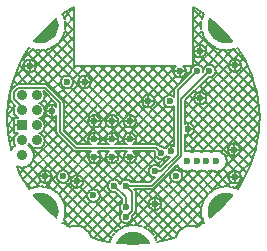
<source format=gbl>
%FSTAX23Y23*%
%MOIN*%
%SFA1B1*%

%IPPOS*%
%ADD25C,0.005905*%
%ADD29C,0.035433*%
%ADD30R,0.035433X0.035433*%
%ADD31C,0.023622*%
%LNsmarttokens-1*%
%LPD*%
G36*
X11932Y09691D02*
X11942Y09688D01*
X11942Y09688*
X11943Y09688*
X11943Y09686*
X11943Y09685*
X11943Y09685*
X11943Y09685*
X11943Y09685*
X11942Y09683*
X11942Y09683*
X11933Y09671*
X11907Y09643*
X11879Y09618*
X11867Y09608*
Y09608*
X11866Y09608*
X11866*
X11865Y09607*
X11863Y09608*
X11863Y09609*
X11863Y09609*
X11859Y09619*
X11858Y09631*
X11859Y09643*
X11863Y09655*
X11869Y09665*
X11876Y09675*
X11886Y09682*
X11896Y09688*
X11908Y09691*
X1192Y09692*
X11932Y09691*
G37*
G36*
X11311D02*
X11322Y09688D01*
X11333Y09682*
X11342Y09675*
X1135Y09665*
X11355Y09655*
X11359Y09643*
X1136Y09631*
X11359Y09619*
X11356Y09609*
X11356Y09609*
X11355Y09608*
X11354Y09607*
X11352Y09608*
X11352Y09608*
X11352Y09608*
X11352*
X11351Y09608*
X11351Y09608*
X11339Y09618*
X11311Y09643*
X11285Y09671*
X11276Y09683*
X11276Y09683*
X11276Y09685*
Y09685*
X11276Y09685*
X11276Y09685*
X11275Y09686*
X11276Y09688*
X11276Y09688*
X11276Y09688*
X11287Y09691*
X11299Y09692*
X11311Y09691*
G37*
G36*
X11621Y09562D02*
X11633Y09559D01*
X11643Y09553*
X11653Y09546*
X1166Y09536*
X11665Y09527*
X11665Y09527*
X11666Y09526*
X11665Y09524*
X11664Y09524*
Y09524*
X11662Y09523*
Y09523*
X11647Y09521*
X11609Y09519*
X11571Y09521*
X11556Y09523*
Y09523*
X11555Y09524*
X11555Y09524*
X11554Y09524*
X11553Y09526*
X11553Y09527*
X11553Y09527*
X11558Y09536*
X11566Y09546*
X11575Y09553*
X11586Y09559*
X11597Y09562*
X11609Y09564*
X11621Y09562*
G37*
G36*
X11866Y10275D02*
X11866Y10275D01*
X11867Y10275*
Y10275*
X11879Y10265*
X11907Y1024*
X11933Y10212*
X11942Y102*
X11942Y102*
X11943Y10198*
X11943Y10198*
X11943Y10197*
X11943Y10195*
X11942Y10195*
X11942Y10195*
X11932Y10192*
X1192Y10191*
X11908Y10192*
X11896Y10195*
X11886Y10201*
X11876Y10209*
X11869Y10218*
X11863Y10228*
X11859Y1024*
X11858Y10252*
X11859Y10264*
X11863Y10274*
X11863Y10274*
X11863Y10275*
X11865Y10276*
X11866Y10275*
G37*
G36*
X11355Y10275D02*
X11356Y10274D01*
X11356Y10274*
X11359Y10264*
X1136Y10252*
X11359Y1024*
X11355Y10228*
X1135Y10218*
X11342Y10209*
X11333Y10201*
X11322Y10195*
X11311Y10192*
X11299Y10191*
X11287Y10192*
X11276Y10195*
X11276Y10195*
X11276Y10195*
X11275Y10197*
X11276Y10198*
X11276Y10198*
X11276Y10198*
Y10198*
X11276Y102*
X11276Y102*
X11285Y10212*
X11311Y1024*
X11339Y10265*
X11351Y10275*
X11351Y10275*
X11352Y10275*
X11352Y10275*
X11352Y10275*
X11352Y10275*
X11354Y10276*
X11355Y10275*
G37*
G54D25*
X1203Y09942D02*
D01*
X12028Y09971*
X12025Y1*
X1202Y10029*
X12013Y10057*
X12004Y10085*
X11993Y10112*
X1198Y10139*
X11966Y10164*
X11957Y10177*
X11845Y10289D02*
D01*
X1182Y10305*
X11807Y10312*
X11851Y10166D02*
D01*
X11851Y10167*
X11851Y10169*
X11851Y1017*
X11851Y10172*
X1185Y10173*
X1185Y10174*
X11849Y10176*
X11848Y10177*
X11847Y10178*
X11847Y10179*
X11846Y1018*
X11845Y10181*
X11843Y10182*
X11842Y10183*
X11841Y10184*
X1184Y10185*
X11838Y10185*
X11837Y10186*
X11836Y10186*
X11834Y10186*
X11833Y10187*
X11831Y10187*
X1183*
X11829Y10187*
X11827Y10186*
X11826Y10186*
X11824Y10186*
X11823Y10185*
X11822Y10185*
X1182Y10184*
X11819Y10183*
X11818Y10182*
X11817Y10181*
X11816Y1018*
X11815Y10179*
X11814Y10178*
X11813Y10177*
X11812Y10176*
X11812Y10174*
X11811Y10173*
X11811Y10172*
X1181Y1017*
X1181Y10169*
X1181Y10167*
X1181Y10166*
X1181Y10165*
X1181Y10163*
X1181Y10162*
X11811Y1016*
X11811Y10159*
X11812Y10158*
X11812Y10156*
X11813Y10155*
X11814Y10154*
X11815Y10153*
X11816Y10152*
X11817Y10151*
X11818Y1015*
X11819Y10149*
X1182Y10148*
X11822Y10147*
X11823Y10147*
X11824Y10146*
X11826Y10146*
X11827Y10146*
X11829Y10145*
X1183Y10145*
X11831*
X11833Y10145*
X11834Y10146*
X11836Y10146*
X11837Y10146*
X11838Y10147*
X1184Y10147*
X11841Y10148*
X11842Y10149*
X11843Y1015*
X11845Y10151*
X11846Y10152*
X11847Y10153*
X11847Y10154*
X11848Y10155*
X11849Y10156*
X1185Y10158*
X1185Y10159*
X11851Y1016*
X11851Y10162*
X11851Y10163*
X11851Y10165*
X11851Y10166*
X11968Y10118D02*
D01*
X11968Y10119*
X11968Y10121*
X11968Y10122*
X11968Y10123*
X11967Y10125*
X11967Y10126*
X11966Y10127*
X11965Y10129*
X11965Y1013*
X11964Y10131*
X11963Y10132*
X11962Y10133*
X11961Y10134*
X11959Y10135*
X11958Y10136*
X11957Y10136*
X11956Y10137*
X11954Y10137*
X11953Y10138*
X11951Y10138*
X1195Y10138*
X11949Y10138*
X11947*
X11946Y10138*
X11944Y10138*
X11943Y10138*
X11941Y10137*
X1194Y10137*
X11939Y10136*
X11937Y10136*
X11936Y10135*
X11935Y10134*
X11934Y10133*
X11933Y10132*
X11932Y10131*
X11931Y1013*
X1193Y10129*
X1193Y10127*
X11929Y10126*
X11928Y10125*
X11928Y10123*
X11928Y10122*
X11927Y10121*
X11927Y10119*
X11927Y10118*
X11927Y10116*
X11927Y10115*
X11928Y10113*
X11928Y10112*
X11928Y10111*
X11929Y10109*
X1193Y10108*
X1193Y10107*
X11931Y10106*
X11932Y10104*
X11933Y10103*
X11934Y10102*
X11935Y10101*
X11936Y10101*
X11937Y101*
X11939Y10099*
X1194Y10099*
X11941Y10098*
X11943Y10098*
X11944Y10097*
X11946Y10097*
X11947Y10097*
X11949*
X1195Y10097*
X11951Y10097*
X11953Y10098*
X11954Y10098*
X11956Y10099*
X11957Y10099*
X11958Y101*
X11959Y10101*
X11961Y10101*
X11962Y10102*
X11963Y10103*
X11964Y10104*
X11965Y10106*
X11965Y10107*
X11966Y10108*
X11967Y10109*
X11967Y10111*
X11968Y10112*
X11968Y10113*
X11968Y10115*
X11968Y10116*
X11968Y10118*
X11884Y101D02*
D01*
X11884Y10101*
X11884Y10103*
X11883Y10104*
X11883Y10106*
X11883Y10107*
X11882Y10108*
X11881Y1011*
X11881Y10111*
X1188Y10112*
X11879Y10113*
X11878Y10114*
X11877Y10115*
X11876Y10116*
X11875Y10117*
X11873Y10118*
X11872Y10119*
X11871Y10119*
X1187Y1012*
X11868Y1012*
X11867Y1012*
X11865Y10121*
X11864Y10121*
X11862*
X11861Y10121*
X1186Y1012*
X11858Y1012*
X11857Y1012*
X11855Y10119*
X11854Y10119*
X11853Y10118*
X11852Y10117*
X1185Y10116*
X11849Y10115*
X11848Y10114*
X11847Y10113*
X11846Y10112*
X11846Y10111*
X11845Y1011*
X11844Y10108*
X11844Y10107*
X11843Y10106*
X11843Y10104*
X11843Y10103*
X11843Y10101*
X11842Y101*
D01*
X11843Y10099*
X11843Y10097*
X11843Y10096*
X1186Y1008D02*
D01*
X11861Y10079*
X11862Y10079*
X11864Y10079*
X11865Y10079*
X11867Y1008*
X11868Y1008*
X11869Y1008*
X11871Y10081*
X11872Y10081*
X11873Y10082*
X11875Y10083*
X11876Y10084*
X11877Y10085*
X11878Y10086*
X11879Y10087*
X1188Y10088*
X11881Y10089*
X11881Y1009*
X11882Y10092*
X11883Y10093*
X11883Y10094*
X11883Y10096*
X11884Y10097*
X11884Y10098*
X11884Y101*
X11884Y101*
X11842Y10096D02*
D01*
X11842Y10097*
X11842Y10098*
X11842Y101*
X11842Y101*
D01*
X11842Y10101*
X11842Y10103*
X11842Y10104*
X11842Y10106*
X11841Y10107*
X11841Y10108*
X1184Y1011*
X11839Y10111*
X11839Y10112*
X11838Y10113*
X11837Y10114*
X11836Y10115*
X11835Y10116*
X11833Y10117*
X11832Y10118*
X11831Y10119*
X1183Y10119*
X11828Y1012*
X11827Y1012*
X11825Y1012*
X11824Y10121*
X11823Y10121*
X11821*
X1182Y10121*
X11818Y1012*
X11817Y1012*
X11815Y1012*
X11814Y10119*
X11813Y10119*
X11811Y10118*
X1181Y10117*
X11809Y10116*
X11808Y10115*
X11807Y10114*
X11806Y10113*
X11805Y10112*
X11804Y10111*
X11804Y1011*
X11803Y10108*
X11802Y10107*
X11802Y10106*
X11802Y10104*
X11801Y10103*
X11801Y10101*
X11801Y101*
X11801Y10099*
X11801Y10097*
X11801Y10096*
X11853Y10008D02*
D01*
X11853Y1001*
X11853Y10011*
X11853Y10013*
X11853Y10014*
X11852Y10016*
X11852Y10017*
X11851Y10018*
X1185Y10019*
X11849Y10021*
X11848Y10022*
X11848Y10023*
X11846Y10024*
X11845Y10025*
X11844Y10026*
X11843Y10026*
X11842Y10027*
X1184Y10028*
X11839Y10028*
X11838Y10029*
X11836Y10029*
X11835Y10029*
X11833Y10029*
X11832*
X1183Y10029*
X11829Y10029*
X11828Y10029*
X11826Y10028*
X11825Y10028*
X11824Y10027*
X11822Y10026*
X11821Y10026*
X1182Y10025*
X11819Y10024*
X11818Y10023*
X11817Y10022*
X11816Y10021*
X11815Y10019*
X11814Y10018*
X11814Y10017*
X11813Y10016*
X11813Y10014*
X11812Y10013*
X11812Y10011*
X11812Y1001*
X11812Y10008*
X11812Y10007*
X11812Y10006*
X11812Y10004*
X11813Y10003*
X11813Y10001*
X11814Y1*
X11814Y09999*
X11815Y09998*
X11816Y09996*
X11817Y09995*
X11818Y09994*
X11819Y09993*
X1182Y09992*
X11821Y09991*
X11822Y09991*
X11824Y0999*
X11825Y09989*
X11826Y09989*
X11828Y09988*
X11829Y09988*
X1183Y09988*
X11832Y09988*
X11833*
X11835Y09988*
X11836Y09988*
X11838Y09988*
X11839Y09989*
X1184Y09989*
X11842Y0999*
X11843Y09991*
X11844Y09991*
X11845Y09992*
X11846Y09993*
X11848Y09994*
X11848Y09995*
X11849Y09996*
X1185Y09998*
X11851Y09999*
X11852Y1*
X11852Y10001*
X11853Y10003*
X11853Y10004*
X11853Y10006*
X11853Y10007*
X11853Y10008*
X11784Y10099D02*
D01*
X11784Y101*
X11784Y10102*
X11784Y10103*
X11784Y10105*
X11783Y10106*
X11783Y10107*
X11782Y10109*
X11781Y1011*
X1178Y10111*
X1178Y10112*
X11779Y10113*
X11778Y10114*
X11776Y10115*
X11776Y10116*
X11749Y10043D02*
D01*
X11748Y10043*
X11747Y10042*
X11747Y10042*
X11747Y10041*
X11746Y1004*
X11746Y10039*
X11746Y10039*
X11745Y10038*
X11745Y10037*
X11745Y10036*
X11745Y10035*
X11745Y10035*
X11752Y10116D02*
D01*
X1175Y10115*
X11749Y10114*
X11748Y10113*
X11747Y10112*
X11747Y10111*
X11746Y10109*
X11745Y10108*
X11745Y10107*
X11744Y10105*
X11744Y10104*
X11743Y10103*
X11743Y10101*
X11743Y101*
X11743Y10098*
X11743Y10097*
X11743Y10095*
X11744Y10094*
X11744Y10093*
X11745Y10091*
X11745Y1009*
X11746Y10089*
X11747Y10087*
X11747Y10086*
X11748Y10085*
X11749Y10084*
X1175Y10083*
X11752Y10082*
X11753Y10082*
X11754Y10081*
X11755Y1008*
X11757Y1008*
X11758Y10079*
X11759Y10079*
X11761Y10079*
X11762Y10078*
X11764Y10078*
X11765Y10078*
X11767Y10079*
X11768Y10079*
X11769Y10079*
X11771Y1008*
X11772Y1008*
X11773Y10081*
X11775Y10081*
X11776Y10082*
X11777Y10083*
X11778Y10084*
X11779Y10085*
X1178Y10086*
X11781Y10087*
X11782Y10089*
X11782Y1009*
X11783Y10091*
X11783Y10093*
X11784Y10094*
X11784Y10095*
X11784Y10097*
X11784Y10098*
X11784Y10099*
X11749Y10043D02*
D01*
X11748Y10043*
X11747Y10042*
X11747Y10041*
X11747Y10041*
X11746Y1004*
X11746Y10039*
X11746Y10039*
X11745Y10038*
X11745Y10037*
X11745Y10036*
X11745Y10035*
X11745Y10035*
Y10013D02*
D01*
X11744Y10014*
X11743Y10015*
X11742Y10016*
X1174Y10017*
X11739Y10017*
X11738Y10018*
X11737Y10018*
X11735Y10019*
X11734Y10019*
X11732Y10019*
X11731Y10019*
X11729Y10019*
X11728Y10019*
X11727Y10019*
X11725Y10019*
X11724Y10018*
X11722Y10018*
X11721Y10017*
X1172Y10016*
X11719Y10016*
X11717Y10015*
X11716Y10014*
X11715Y10013*
X11714Y10012*
X11713Y10011*
X11713Y10009*
X11712Y10008*
X11711Y10007*
X11711Y10006*
X1171Y10004*
X1171Y10003*
X1171Y10001*
X1171Y1*
X1171Y09998*
X1171Y09997*
X1171Y09996*
X1171Y09994*
X1171Y09993*
X11711Y09991*
X11711Y0999*
X11712Y09989*
X11713Y09988*
X11714Y09986*
X11715Y09985*
X11716Y09984*
X11717Y09983*
X11718Y09982*
X11719Y09981*
X1172Y09981*
X11721Y0998*
X11723Y09979*
X11724Y09979*
X11725Y09979*
X11727Y09978*
X11728Y09978*
X1173Y09978*
X11731Y09978*
X11733Y09978*
X11734Y09978*
X11735Y09979*
X11737Y09979*
X11738Y0998*
X11739Y0998*
X11741Y09981*
X11742Y09982*
X11743Y09982*
X11744Y09983*
X11745Y09984*
X1168Y1D02*
D01*
X1168Y10001*
X1168Y10002*
X1168Y10004*
X11679Y10005*
X11679Y10007*
X11678Y10008*
X11678Y10009*
X11677Y10011*
X11676Y10012*
X11675Y10013*
X11674Y10014*
X11673Y10015*
X11672Y10016*
X11671Y10017*
X1167Y10018*
X11668Y10018*
X11667Y10019*
X11666Y10019*
X11664Y1002*
X11663Y1002*
X11662Y1002*
X1166Y1002*
X11659*
X11657Y1002*
X11656Y1002*
X11654Y1002*
X11653Y10019*
X11652Y10019*
X1165Y10018*
X11649Y10018*
X11648Y10017*
X11647Y10016*
X11646Y10015*
X11645Y10014*
X11644Y10013*
X11643Y10012*
X11642Y10011*
X11641Y10009*
X11641Y10008*
X1164Y10007*
X1164Y10005*
X11639Y10004*
X11639Y10002*
X11639Y10001*
X11639Y1*
X11639Y09998*
X11639Y09997*
X11639Y09995*
X1164Y09994*
X1164Y09993*
X11641Y09991*
X11641Y0999*
X11642Y09989*
X11643Y09987*
X11644Y09986*
X11645Y09985*
X11646Y09984*
X11647Y09983*
X11648Y09982*
X11649Y09982*
X1165Y09981*
X11652Y0998*
X11653Y0998*
X11654Y0998*
X11656Y09979*
X11657Y09979*
X11659Y09979*
X1166*
X11662Y09979*
X11663Y09979*
X11664Y0998*
X11666Y0998*
X11667Y0998*
X11668Y09981*
X1167Y09982*
X11671Y09982*
X11672Y09983*
X11673Y09984*
X11674Y09985*
X11675Y09986*
X11676Y09987*
X11677Y09989*
X11678Y0999*
X11678Y09991*
X11679Y09993*
X11679Y09994*
X1168Y09995*
X1168Y09997*
X1168Y09998*
X1168Y1*
X11812Y09906D02*
D01*
X11812Y09908*
X11812Y09909*
X11812Y0991*
X11811Y09912*
X11811Y09913*
X1181Y09915*
X1181Y09916*
X11809Y09917*
X11808Y09918*
X11807Y09919*
X11806Y0992*
X11805Y09921*
X11804Y09922*
X11803Y09923*
X11802Y09924*
X118Y09925*
X11799Y09925*
X11798Y09926*
X11796Y09926*
X11795Y09926*
X11793Y09927*
X11792Y09927*
X11791*
X11789Y09927*
X11788Y09926*
X11786Y09926*
X11785Y09926*
X11784Y09925*
X11782Y09925*
X11781Y09924*
X1178Y09924*
Y09889D02*
D01*
X11782Y09888*
X11783Y09887*
X11784Y09887*
X11786Y09886*
X11787Y09886*
X11789Y09886*
X1179Y09885*
X11791Y09885*
X11793Y09886*
X11794Y09886*
X11796Y09886*
X11797Y09886*
X11799Y09887*
X118Y09887*
X11801Y09888*
X11802Y09889*
X11804Y09889*
X11805Y0989*
X11806Y09891*
X11807Y09892*
X11808Y09894*
X11809Y09895*
X11809Y09896*
X1181Y09897*
X11811Y09899*
X11811Y099*
X11811Y09901*
X11812Y09903*
X11812Y09904*
X11812Y09906*
X11812Y09906*
X11693Y09851D02*
D01*
X11693Y09852*
X11692Y09853*
X11691Y09853*
X11691Y09853*
X1169Y09854*
X11689Y09854*
X11689Y09854*
X11688Y09855*
X11687Y09855*
X11686Y09855*
X11685Y09855*
X11685Y09855*
X11693Y09851D02*
D01*
X11693Y09852*
X11692Y09853*
X11691Y09853*
X11691Y09853*
X1169Y09854*
X11689Y09854*
X11688Y09854*
X11688Y09855*
X11687Y09855*
X11686Y09855*
X11685Y09855*
X11685Y09855*
X11618Y09932D02*
D01*
X11618Y09933*
X11618Y09935*
X11618Y09936*
X11617Y09937*
X11617Y09939*
X11616Y0994*
X11616Y09941*
X11615Y09943*
X11614Y09944*
X11613Y09945*
X11612Y09946*
X11611Y09947*
X1161Y09948*
X11609Y09949*
X11608Y0995*
X11606Y0995*
X11605Y09951*
X11604Y09951*
X11602Y09952*
X11601Y09952*
X116Y09952*
X11598Y09952*
X11597*
X11595Y09952*
X11594Y09952*
X11592Y09952*
X11591Y09951*
X1159Y09951*
X11588Y0995*
X11587Y0995*
X11586Y09949*
X11585Y09948*
X11584Y09947*
X11583Y09946*
X11582Y09945*
X11581Y09944*
X1158Y09943*
X11579Y09941*
X11579Y0994*
X11578Y09939*
X11578Y09937*
X11577Y09936*
X11577Y09935*
X11577Y09933*
X11577Y09932*
X11577Y0993*
X11577Y09929*
X11577Y09927*
X11578Y09926*
X11578Y09925*
X11579Y09923*
X11579Y09922*
X1158Y09921*
X11581Y0992*
X11582Y09918*
X11583Y09917*
X11584Y09916*
X11585Y09915*
X11586Y09915*
X11587Y09914*
X11588Y09913*
X1159Y09913*
X11591Y09912*
X11592Y09912*
X11594Y09911*
X11595Y09911*
X11597Y09911*
X11598*
X116Y09911*
X11601Y09911*
X11602Y09912*
X11604Y09912*
X11605Y09913*
X11606Y09913*
X11608Y09914*
X11609Y09915*
X1161Y09915*
X11611Y09916*
X11612Y09917*
X11613Y09918*
X11614Y0992*
X11615Y09921*
X11616Y09922*
X11616Y09923*
X11617Y09925*
X11617Y09926*
X11618Y09927*
X11618Y09929*
X11618Y0993*
X11618Y09932*
Y09873D02*
D01*
X11618Y09874*
X11618Y09876*
X11618Y09877*
X11617Y09878*
X11617Y0988*
X11616Y09881*
X11616Y09882*
X11615Y09884*
X11614Y09885*
X11613Y09886*
X11612Y09887*
X11611Y09888*
X1161Y09889*
X11609Y0989*
X11608Y09891*
X11606Y09891*
X11605Y09892*
X11604Y09892*
X11602Y09893*
X11601Y09893*
X116Y09893*
X11598Y09893*
X11597*
X11595Y09893*
X11594Y09893*
X11592Y09893*
X11591Y09892*
X1159Y09892*
X11588Y09891*
X11587Y09891*
X11586Y0989*
X11585Y09889*
X11584Y09888*
X11583Y09887*
X11582Y09886*
X11581Y09885*
X1158Y09884*
X11579Y09882*
X11579Y09881*
X11578Y0988*
X11578Y09878*
X11577Y09877*
X11577Y09876*
X11577Y09874*
X11577Y09873*
X11577Y09871*
X11577Y0987*
X11577Y09868*
X11578Y09867*
X11578Y09866*
X11579Y09864*
X11579Y09863*
X1158Y09862*
X11581Y09861*
X11582Y09859*
X11583Y09858*
X11584Y09857*
X11585Y09856*
X11586Y09856*
X11587Y09855*
X11608D02*
D01*
X11609Y09856*
X1161Y09857*
X11611Y09858*
X11613Y09859*
X11613Y0986*
X11614Y09861*
X11615Y09862*
X11616Y09863*
X11616Y09865*
X11617Y09866*
X11617Y09867*
X11618Y09869*
X11618Y0987*
X11618Y09872*
X11618Y09873*
X11966Y09837D02*
D01*
X11965Y09839*
X11965Y0984*
X11965Y09842*
X11965Y09843*
X11964Y09844*
X11964Y09846*
X11963Y09847*
X11962Y09848*
X11962Y09849*
X11961Y09851*
X1196Y09852*
X11959Y09853*
X11958Y09854*
X11956Y09854*
X11955Y09855*
X11954Y09856*
X11953Y09856*
X11951Y09857*
X1195Y09857*
X11948Y09858*
X11947Y09858*
X11946Y09858*
X11944*
X11943Y09858*
X11941Y09858*
X1194Y09857*
X11938Y09857*
X11937Y09856*
X11936Y09856*
X11935Y09855*
X11933Y09854*
X11932Y09854*
X11931Y09853*
X1193Y09852*
X11929Y09851*
X11928Y09849*
X11927Y09848*
X11927Y09847*
X11926Y09846*
X11925Y09844*
X11925Y09843*
X11925Y09842*
X11924Y0984*
X11924Y09839*
X11924Y09837*
X11924Y09836*
X11924Y09834*
X11925Y09833*
X11925Y09832*
X11925Y0983*
X11926Y09829*
X11927Y09828*
X11927Y09826*
X11928Y09825*
X11929Y09824*
X1193Y09823*
X11931Y09822*
X11932Y09821*
X11933Y0982*
X11935Y09819*
X11936Y09819*
X11937Y09818*
X11938Y09818*
X1194Y09817*
X11941Y09817*
X11943Y09817*
X11944Y09817*
X11946*
X11947Y09817*
X11948Y09817*
X1195Y09817*
X11951Y09818*
X11953Y09818*
X11954Y09819*
X11955Y09819*
X11956Y0982*
X11958Y09821*
X11959Y09822*
X1196Y09823*
X11961Y09824*
X11962Y09825*
X11962Y09826*
X11963Y09828*
X11964Y09829*
X11964Y0983*
X11965Y09832*
X11965Y09833*
X11965Y09834*
X11965Y09836*
X11966Y09837*
X1187Y09829D02*
D01*
X11867Y0983*
X11865Y09831*
X11863Y09832*
X11861Y09832*
X11858Y09833*
X11856Y09833*
X11853Y09833*
X11851Y09833*
X11849Y09833*
X11846Y09833*
X11844Y09832*
X11842Y09831*
X11839Y0983*
X11837Y09829*
X11837Y09829*
X11957Y09706D02*
D01*
X11973Y0973*
X11986Y09756*
X11998Y09783*
X12009Y09811*
X12017Y09839*
X12023Y09867*
X12027Y09897*
X12029Y09926*
X1203Y09942*
X11967Y09746D02*
D01*
X11967Y09747*
X11967Y09749*
X11967Y0975*
X11967Y09751*
X11966Y09753*
X11966Y09754*
X11965Y09755*
X11964Y09757*
X11964Y09758*
X11963Y09759*
X11962Y0976*
X11961Y09761*
X1196Y09762*
X11958Y09763*
X11957Y09764*
X11956Y09764*
X11955Y09765*
X11953Y09765*
X11952Y09766*
X1195Y09766*
X11949Y09766*
X11948Y09766*
X11946*
X11945Y09766*
X11943Y09766*
X11942Y09766*
X1194Y09765*
X11939Y09765*
X11938Y09764*
X11936Y09764*
X11935Y09763*
X11934Y09762*
X11933Y09761*
X11932Y0976*
X11931Y09759*
X1193Y09758*
X11929Y09757*
X11929Y09755*
X11928Y09754*
X11927Y09753*
X11927Y09751*
X11927Y0975*
X11926Y09749*
X11926Y09747*
X11926Y09746*
X11926Y09744*
X11926Y09743*
X11927Y09741*
X11927Y0974*
X11927Y09739*
X11928Y09737*
X11929Y09736*
X11929Y09735*
X1193Y09734*
X11931Y09732*
X11932Y09731*
X11933Y0973*
X11934Y09729*
X11935Y09729*
X11936Y09728*
X11938Y09727*
X11939Y09727*
X1194Y09726*
X11942Y09726*
X11943Y09725*
X11945Y09725*
X11946Y09725*
X11948*
X11949Y09725*
X1195Y09725*
X11952Y09726*
X11953Y09726*
X11955Y09727*
X11956Y09727*
X11957Y09728*
X11958Y09729*
X1196Y09729*
X11961Y0973*
X11962Y09731*
X11963Y09732*
X11964Y09734*
X11964Y09735*
X11965Y09736*
X11966Y09737*
X11966Y09739*
X11967Y0974*
X11967Y09741*
X11967Y09743*
X11967Y09744*
X11967Y09746*
X1187Y09768D02*
D01*
X11872Y09767*
X11874Y09766*
X11876Y09766*
X11879Y09765*
X11881Y09765*
X11883Y09764*
X11886Y09764*
X11888Y09764*
X11891Y09765*
X11893Y09765*
X11895Y09766*
X11897Y09766*
X119Y09767*
X11902Y09768*
X11904Y0977*
X11906Y09771*
X11908Y09772*
X1191Y09774*
X11911Y09776*
X11913Y09778*
X11914Y0978*
X11916Y09782*
X11917Y09784*
X11918Y09786*
X11919Y09788*
X11919Y0979*
X1192Y09793*
X1192Y09795*
X1192Y09798*
X1192Y09799*
D01*
X1192Y09801*
X1192Y09804*
X11919Y09806*
X11919Y09808*
X11918Y09811*
X11917Y09813*
X11916Y09815*
X11915Y09817*
X11914Y09819*
X11912Y09821*
X11911Y09823*
X11909Y09824*
X11907Y09826*
X11905Y09827*
X11903Y09829*
X11901Y0983*
X11899Y09831*
X11896Y09832*
X11894Y09832*
X11892Y09833*
X11889Y09833*
X11887Y09833*
X11885*
X11882Y09833*
X1188Y09833*
X11877Y09832*
X11875Y09832*
X11873Y09831*
X11871Y0983*
X1187Y09829*
X11837D02*
D01*
X11835Y0983*
X11833Y09831*
X1183Y09832*
X11828Y09832*
X11826Y09833*
X11823Y09833*
X11821Y09833*
X11818Y09833*
X11816Y09833*
X11814Y09833*
X11811Y09832*
X11809Y09831*
X11807Y0983*
X11805Y09829*
X11805Y09829*
D01*
X11802Y0983*
X118Y09831*
X11798Y09832*
X11796Y09832*
X11793Y09833*
X11791Y09833*
X11788Y09833*
X11786Y09833*
X11784Y09833*
X11781Y09833*
X1178Y09832*
X11837Y09768D02*
D01*
X11839Y09767*
X11841Y09766*
X11844Y09766*
X11846Y09765*
X11848Y09765*
X11851Y09764*
X11853Y09764*
X11856Y09764*
X11858Y09765*
X1186Y09765*
X11863Y09766*
X11865Y09766*
X11867Y09767*
X11869Y09768*
X1187Y09768*
X11805D02*
D01*
X11807Y09767*
X11809Y09766*
X11811Y09766*
X11814Y09765*
X11816Y09765*
X11818Y09764*
X11821Y09764*
X11823Y09764*
X11826Y09765*
X11828Y09765*
X1183Y09766*
X11833Y09766*
X11835Y09767*
X11837Y09768*
X11837Y09768*
X11756Y09786D02*
D01*
X11757Y09784*
X11758Y09782*
X11759Y0978*
X11761Y09778*
X11762Y09776*
X11764Y09774*
X11766Y09773*
X11768Y09771*
X1177Y0977*
X11772Y09769*
X11774Y09768*
X11776Y09767*
X11778Y09766*
X11781Y09765*
X11783Y09765*
X11785Y09765*
X11788Y09764*
X1179Y09764*
X11793Y09765*
X11795Y09765*
X11797Y09766*
X118Y09766*
X11802Y09767*
X11804Y09768*
X11805Y09768*
X11822Y09579D02*
D01*
X11826Y09582*
X11831Y09585*
X11836Y09588*
X11841Y09591*
X11845Y09594*
X11822Y09579D02*
D01*
X11818Y0958*
X11815Y09581*
X11811Y09582*
X11808Y09583*
X11804Y09583*
X118Y09583*
X11797Y09583*
X11793Y09583*
X1179Y09582*
X11786Y09581*
X11783Y0958*
X11779Y09579*
X11776Y09577*
X11773Y09575*
X1177Y09573*
X11767Y09571*
X11764Y09569*
X11762Y09566*
X11759Y09563*
X11757Y0956*
X11755Y09557*
X11754Y09554*
X11752Y09551*
X11751Y09547*
X1175Y09545*
X11745Y09849D02*
D01*
X11744Y0985*
X11742Y0985*
X11741Y09851*
X1174Y09851*
X11738Y09852*
X11737Y09852*
X11736Y09852*
X11734Y09852*
X11733Y09852*
X11731Y09852*
X1173Y09851*
X11728Y09851*
X11727Y09851*
X11726Y0985*
X11724Y09849*
X11723Y09849*
X11722Y09848*
X11721Y09847*
X1172Y09846*
X11719Y09845*
X11718Y09844*
X11717Y09843*
X11716Y09842*
X11716Y09841*
X11719Y09817D02*
D01*
X1172Y09816*
X11721Y09815*
X11722Y09815*
X11723Y09814*
X11725Y09813*
X11726Y09812*
X11727Y09812*
X11729Y09811*
X1173Y09811*
X11731Y09811*
X11716Y09841D02*
D01*
X11715Y09842*
X11714Y09843*
X11713Y09844*
X11712Y09845*
X1171Y09846*
X11709Y09846*
X11708Y09847*
X11706Y09847*
X11705Y09848*
X11704Y09848*
X11702Y09848*
X11701Y09848*
X11699Y09848*
X11698Y09848*
X11697Y09848*
X1168Y09831D02*
D01*
X1168Y0983*
X1168Y09828*
X1168Y09827*
X1168Y09825*
X1168Y09824*
X11681Y09822*
X11681Y09821*
X11682Y0982*
X11682Y09818*
X11683Y09817*
X11684Y09816*
X11684Y09815*
X11685Y09814*
X11686Y09813*
X11687Y09812*
X11689Y09811*
X1169Y0981*
X11691Y09809*
X11692Y09808*
X11694Y09808*
X11695Y09807*
X11696Y09807*
X11698Y09807*
X11699Y09807*
X11701Y09807*
X11702Y09807*
X11704Y09807*
X11705Y09807*
X11706Y09807*
X11708Y09808*
X11709Y09808*
X1171Y09809*
X11712Y0981*
X11713Y09811*
X11714Y09811*
X11715Y09812*
X11716Y09813*
X11717Y09815*
X11718Y09816*
X11719Y09817*
X11719Y09817*
X11773Y0975D02*
D01*
X11773Y09751*
X11772Y09752*
X11772Y09754*
X11772Y09755*
X11771Y09757*
X11771Y09758*
X1177Y09759*
X11769Y09761*
X11769Y09762*
X11768Y09763*
X11767Y09764*
X11766Y09765*
X11765Y09766*
X11763Y09767*
X11762Y09768*
X11761Y09768*
X1176Y09769*
X11758Y09769*
X11757Y0977*
X11756Y0977*
X11754Y0977*
X11753Y0977*
X11751*
X1175Y0977*
X11748Y0977*
X11747Y0977*
X11746Y09769*
X11744Y09769*
X11743Y09768*
X11742Y09768*
X1174Y09767*
X11739Y09766*
X11738Y09765*
X11737Y09764*
X11736Y09763*
X11735Y09762*
X11734Y09761*
X11734Y09759*
X11733Y09758*
X11733Y09757*
X11732Y09755*
X11732Y09754*
X11731Y09752*
X11731Y09751*
X11731Y0975*
X11731Y09748*
X11731Y09747*
X11732Y09745*
X11732Y09744*
X11733Y09743*
X11733Y09741*
X11734Y0974*
X11734Y09739*
X11735Y09737*
X11736Y09736*
X11737Y09735*
X11738Y09734*
X11739Y09733*
X1174Y09732*
X11742Y09732*
X11743Y09731*
X11744Y0973*
X11746Y0973*
X11747Y0973*
X11748Y09729*
X1175Y09729*
X11751Y09729*
X11753*
X11754Y09729*
X11756Y09729*
X11757Y0973*
X11758Y0973*
X1176Y0973*
X11761Y09731*
X11762Y09732*
X11763Y09732*
X11765Y09733*
X11766Y09734*
X11767Y09735*
X11768Y09736*
X11769Y09737*
X11769Y09739*
X1177Y0974*
X11771Y09741*
X11771Y09743*
X11772Y09744*
X11772Y09745*
X11772Y09747*
X11773Y09748*
X11773Y0975*
X11698Y09778D02*
D01*
X11697Y09779*
X11696Y09781*
X11695Y09781*
X11694Y09782*
X11693Y09783*
X11691Y09784*
X1169Y09784*
X11689Y09785*
X11687Y09785*
X11686Y09786*
X11685Y09786*
X11683Y09786*
X11682Y09786*
X1168Y09786*
X11679Y09786*
X11677Y09785*
X11676Y09785*
X11675Y09785*
X11673Y09784*
X11672Y09783*
X11671Y09783*
X1167Y09782*
X11668Y09781*
X11667Y0978*
X11666Y09779*
X11665Y09778*
X11665Y09777*
X11664Y09775*
X11663Y09774*
X11663Y09773*
X11662Y09771*
X11662Y0977*
X11662Y09768*
X11661Y09767*
X11661Y09766*
X11661Y09764*
X11662Y09763*
X11662Y09761*
X11662Y0976*
X11663Y09759*
X11663Y09757*
X11664Y09756*
X11664Y09755*
X11665Y09753*
X11666Y09752*
X11667Y09751*
X11668Y0975*
X11669Y09749*
X1167Y09748*
X11671Y09748*
X11673Y09747*
X11674Y09746*
X11675Y09746*
X11677Y09745*
X11678Y09745*
X1168Y09745*
X11681Y09745*
X11681Y09745*
X1167Y09705D02*
D01*
X11671Y09705*
X11672Y09705*
X11673Y09706*
X11673Y09706*
X11674Y09706*
X11675Y09706*
X11676Y09707*
X11676Y09707*
X11677Y09708*
X11678Y09708*
X11678Y09709*
X11679Y09709*
X1167Y09705D02*
D01*
X11671Y09705*
X11672Y09705*
X11673Y09706*
X11673Y09706*
X11674Y09706*
X11675Y09706*
X11676Y09707*
X11676Y09707*
X11677Y09708*
X11678Y09708*
X11678Y09709*
X11679Y09709*
X11618Y09814D02*
D01*
X11618Y09815*
X11618Y09816*
X11618Y09818*
X11617Y09819*
X11617Y09821*
X11616Y09822*
X11616Y09823*
X11615Y09825*
X11614Y09826*
X11613Y09827*
X11612Y09828*
X11611Y09829*
X1161Y0983*
X11609Y09831*
X11608Y09831*
X11587D02*
D01*
X11586Y09831*
X11584Y0983*
X11583Y09829*
X11582Y09828*
X11581Y09827*
X1158Y09825*
X1158Y09824*
X11579Y09823*
X11578Y09822*
X11578Y0982*
X11577Y09819*
X11577Y09818*
X11577Y09816*
X11577Y09815*
X11577Y09813*
X11577Y09812*
X11577Y0981*
X11577Y09809*
X11578Y09808*
X11578Y09806*
X11579Y09805*
X11579Y09804*
X1158Y09802*
X11581Y09801*
X11582Y098*
X11583Y09799*
X11584Y09798*
X11585Y09797*
X11586Y09796*
X11587Y09796*
X11589Y09795*
X1159Y09794*
X11591Y09794*
X11593Y09793*
X11594Y09793*
X11596Y09793*
X11597Y09793*
X11598Y09793*
X116Y09793*
X11601Y09793*
X11603Y09794*
X11604Y09794*
X11605Y09795*
X11607Y09795*
X11608Y09796*
X11609Y09797*
X1161Y09798*
X11611Y09798*
X11612Y09799*
X11613Y09801*
X11614Y09802*
X11615Y09803*
X11616Y09804*
X11616Y09806*
X11617Y09807*
X11617Y09808*
X11618Y0981*
X11618Y09811*
X11618Y09813*
X11618Y09814*
X11602Y09729D02*
D01*
X11601Y0973*
X116Y09731*
X11599Y09732*
X11598Y09733*
X11597Y09734*
X11595Y09735*
X11594Y09736*
X11593Y09736*
X11591Y09737*
X1159Y09737*
X11589Y09737*
X11587Y09738*
X11586Y09738*
X11584Y09738*
X11583Y09738*
X11581Y09738*
X1158Y09737*
X11579Y09737*
X11577Y09736*
X11576Y09736*
X11575Y09735*
X11573Y09735*
X11572Y09734*
X11571Y09733*
X1157Y09732*
X11569Y09731*
X11568Y0973*
X11567Y09728*
X11567Y09727*
X11566Y09726*
X11565Y09725*
X11565Y09723*
X11702Y09657D02*
D01*
X11702Y09659*
X11702Y0966*
X11701Y09661*
X11701Y09663*
X117Y09664*
X117Y09666*
X11699Y09667*
X11699Y09668*
X11698Y09669*
X11697Y0967*
X11696Y09671*
X11695Y09672*
X11694Y09673*
X11693Y09674*
X11691Y09675*
X1169Y09676*
X11689Y09676*
X11687Y09677*
X11686Y09677*
X11685Y09677*
X11683Y09678*
X11682Y09678*
X1168*
X11679Y09678*
X11677Y09677*
X11676Y09677*
X11675Y09677*
X11673Y09676*
X11672Y09676*
X11671Y09675*
X1167Y09674*
X11668Y09673*
X11667Y09672*
X11666Y09671*
X11665Y0967*
X11664Y09669*
X11664Y09668*
X11663Y09667*
X11662Y09666*
X11662Y09664*
X11661Y09663*
X11661Y09661*
X11661Y0966*
X1166Y09659*
X1166Y09657*
X1166Y09656*
X11661Y09654*
X11661Y09653*
X11661Y09651*
X11662Y0965*
X11662Y09649*
X11663Y09647*
X11664Y09646*
X11664Y09645*
X11665Y09644*
X11666Y09643*
X11667Y09642*
X11668Y09641*
X1167Y0964*
X11671Y09639*
X11672Y09639*
X11673Y09638*
X11675Y09637*
X11676Y09637*
X11677Y09637*
X11679Y09637*
X1168Y09636*
X11682*
X11683Y09637*
X11685Y09637*
X11686Y09637*
X11687Y09637*
X11689Y09638*
X1169Y09639*
X11691Y09639*
X11693Y0964*
X11694Y09641*
X11695Y09642*
X11696Y09643*
X11697Y09644*
X11698Y09645*
X11699Y09646*
X11699Y09647*
X117Y09649*
X117Y0965*
X11701Y09651*
X11701Y09653*
X11702Y09654*
X11702Y09656*
X11702Y09657*
X11688Y09528D02*
D01*
X11717Y09535*
X11745Y09543*
X1175Y09545*
X11617Y09696D02*
D01*
X11617Y09697*
X11617Y09698*
X11617Y09699*
X11617Y097*
X11616Y09701*
X11616Y09701*
X11616Y09702*
X11615Y09703*
X11615Y09703*
X11614Y09704*
X11614Y09705*
X11614Y09705*
X11617Y09696D02*
D01*
X11617Y09697*
X11617Y09698*
X11617Y09699*
X11617Y097*
X11616Y09701*
X11616Y09701*
X11616Y09702*
X11615Y09703*
X11615Y09703*
X11614Y09704*
X11614Y09705*
X11614Y09705*
Y09626D02*
D01*
X11614Y09627*
X11615Y09627*
X11615Y09628*
X11616Y09629*
X11616Y09629*
X11616Y0963*
X11617Y09631*
X11617Y09632*
X11617Y09633*
X11617Y09633*
X11617Y09634*
X11617Y09634*
X11614Y09626D02*
D01*
X11614Y09627*
X11615Y09627*
X11615Y09628*
X11616Y09629*
X11616Y09629*
X11616Y0963*
X11617Y09631*
X11617Y09632*
X11617Y09633*
X11617Y09633*
X11617Y09634*
X11617Y09634*
X11573Y09662D02*
D01*
X11572Y09661*
X11571Y0966*
X1157Y09659*
X11569Y09658*
X11568Y09657*
X11567Y09656*
X11566Y09655*
X11566Y09653*
X11565Y09652*
X11565Y09651*
X11564Y09649*
X11564Y09648*
X11564Y09646*
X11564Y09645*
X11564Y09644*
X11564Y09642*
X11564Y09641*
X11565Y09639*
X11565Y09638*
X11566Y09637*
X11567Y09635*
X11567Y09634*
X11568Y09633*
X11569Y09632*
X1157Y09631*
X11571Y0963*
X11571Y0963*
X11605Y09614D02*
D01*
X11605Y09615*
X11605Y09617*
X11605Y09617*
X11571Y0963D02*
D01*
X1157Y09629*
X11569Y09628*
X11568Y09626*
X11567Y09625*
X11567Y09624*
X11566Y09623*
X11565Y09621*
X11565Y0962*
X11565Y09619*
X11564Y09617*
X11564Y09616*
X11564Y09614*
X11564Y09613*
X11564Y09612*
X11564Y0961*
X11565Y09609*
X11565Y09607*
X11566Y09606*
X11566Y09605*
X11567Y09603*
X11568Y09602*
X11568Y09601*
X11569Y096*
X1157Y09599*
X11571Y09598*
X11573Y09597*
X11574Y09596*
X11575Y09595*
X11576Y09595*
X11578Y09594*
X11579Y09594*
X1158Y09594*
X11582Y09593*
X11583Y09593*
X11585Y09593*
X11586Y09593*
X11588Y09593*
X11589Y09594*
X1159Y09594*
X11592Y09594*
X11593Y09595*
X11594Y09596*
X11596Y09596*
X11597Y09597*
X11598Y09598*
X11599Y09599*
X116Y096*
X11601Y09601*
X11602Y09602*
X11603Y09604*
X11603Y09605*
X11604Y09606*
X11604Y09608*
X11605Y09609*
X11605Y0961*
X11605Y09612*
X11605Y09613*
X11605Y09614*
X11413Y10313D02*
D01*
X11388Y10299*
X11373Y10289*
X11559Y09932D02*
D01*
X11559Y09933*
X11559Y09935*
X11559Y09936*
X11558Y09937*
X11558Y09939*
X11557Y0994*
X11557Y09941*
X11556Y09943*
X11555Y09944*
X11554Y09945*
X11553Y09946*
X11552Y09947*
X11551Y09948*
X1155Y09949*
X11549Y0995*
X11547Y0995*
X11546Y09951*
X11545Y09951*
X11543Y09952*
X11542Y09952*
X11541Y09952*
X11539Y09952*
X11538*
X11536Y09952*
X11535Y09952*
X11533Y09952*
X11532Y09951*
X11531Y09951*
X11529Y0995*
X11528Y0995*
X11527Y09949*
X11526Y09948*
X11525Y09947*
X11523Y09946*
X11523Y09945*
X11522Y09944*
X11521Y09943*
X1152Y09941*
X11519Y0994*
X11519Y09939*
X11518Y09937*
X11518Y09936*
X11518Y09935*
X11518Y09933*
X11518Y09932*
X11518Y0993*
X11518Y09929*
X11518Y09927*
X11518Y09926*
X11519Y09925*
X11519Y09923*
X1152Y09922*
X11521Y09921*
X11522Y0992*
X11523Y09918*
X11523Y09917*
X11525Y09916*
X11526Y09915*
X11527Y09915*
X11528Y09914*
X11529Y09913*
X11531Y09913*
X11532Y09912*
X11533Y09912*
X11535Y09911*
X11536Y09911*
X11538Y09911*
X11539*
X11541Y09911*
X11542Y09911*
X11543Y09912*
X11545Y09912*
X11546Y09913*
X11547Y09913*
X11549Y09914*
X1155Y09915*
X11551Y09915*
X11552Y09916*
X11553Y09917*
X11554Y09918*
X11555Y0992*
X11556Y09921*
X11557Y09922*
X11557Y09923*
X11558Y09925*
X11558Y09926*
X11559Y09927*
X11559Y09929*
X11559Y0993*
X11559Y09932*
X115D02*
D01*
X115Y09933*
X115Y09935*
X115Y09936*
X11499Y09937*
X11499Y09939*
X11498Y0994*
X11498Y09941*
X11497Y09943*
X11496Y09944*
X11495Y09945*
X11494Y09946*
X11493Y09947*
X11492Y09948*
X11491Y09949*
X1149Y0995*
X11488Y0995*
X11487Y09951*
X11486Y09951*
X11484Y09952*
X11483Y09952*
X11481Y09952*
X1148Y09952*
X11479*
X11477Y09952*
X11476Y09952*
X11474Y09952*
X11473Y09951*
X11472Y09951*
X1147Y0995*
X11469Y0995*
X11468Y09949*
X11467Y09948*
X11465Y09947*
X11464Y09946*
X11463Y09945*
X11463Y09944*
X11462Y09943*
X11461Y09941*
X1146Y0994*
X1146Y09939*
X11459Y09937*
X11459Y09936*
X11459Y09935*
X11459Y09933*
X11459Y09932*
X11459Y0993*
X11459Y09929*
X11459Y09927*
X11459Y09926*
X1146Y09925*
X1146Y09923*
X11461Y09922*
X11462Y09921*
X11463Y0992*
X11463Y09918*
X11464Y09917*
X11465Y09916*
X11467Y09915*
X11468Y09915*
X11469Y09914*
X1147Y09913*
X11472Y09913*
X11473Y09912*
X11474Y09912*
X11476Y09911*
X11477Y09911*
X11479Y09911*
X1148*
X11481Y09911*
X11483Y09911*
X11484Y09912*
X11486Y09912*
X11487Y09913*
X11488Y09913*
X1149Y09914*
X11491Y09915*
X11492Y09915*
X11493Y09916*
X11494Y09917*
X11495Y09918*
X11496Y0992*
X11497Y09921*
X11498Y09922*
X11498Y09923*
X11499Y09925*
X11499Y09926*
X115Y09927*
X115Y09929*
X115Y0993*
X115Y09932*
X11467Y10064D02*
D01*
X11467Y10065*
X11467Y10066*
X11467Y10068*
X11467Y10069*
X11466Y10071*
X11466Y10072*
X11465Y10073*
X11464Y10075*
X11464Y10076*
X11463Y10077*
X11462Y10078*
X11461Y10079*
X1146Y1008*
X11458Y10081*
X11457Y10081*
X11456Y10082*
X11455Y10083*
X11453Y10083*
X11452Y10084*
X1145Y10084*
X11449Y10084*
X11448Y10084*
X11446*
X11445Y10084*
X11443Y10084*
X11442Y10084*
X1144Y10083*
X11439Y10083*
X11438Y10082*
X11436Y10081*
X11435Y10081*
X11434Y1008*
X11433Y10079*
X11432Y10078*
X11431Y10077*
X1143Y10076*
X11429Y10075*
X11429Y10073*
X11428Y10072*
X11427Y10071*
X11427Y10069*
X11427Y10068*
X11426Y10066*
X11426Y10065*
X11426Y10064*
X11426Y10062*
X11426Y10061*
X11427Y10059*
X11427Y10058*
X11427Y10057*
X11428Y10055*
X11429Y10054*
X11429Y10053*
X1143Y10051*
X11431Y1005*
X11432Y10049*
X11433Y10048*
X11434Y10047*
X11435Y10046*
X11436Y10046*
X11438Y10045*
X11439Y10044*
X1144Y10044*
X11442Y10044*
X11443Y10043*
X11445Y10043*
X11446Y10043*
X11448*
X11449Y10043*
X1145Y10043*
X11452Y10044*
X11453Y10044*
X11455Y10044*
X11456Y10045*
X11457Y10046*
X11458Y10046*
X1146Y10047*
X11461Y10048*
X11462Y10049*
X11463Y1005*
X11464Y10051*
X11464Y10053*
X11465Y10054*
X11466Y10055*
X11466Y10057*
X11467Y10058*
X11467Y10059*
X11467Y10061*
X11467Y10062*
X11467Y10064*
X11408D02*
D01*
X11408Y10065*
X11408Y10066*
X11408Y10068*
X11408Y10069*
X11407Y10071*
X11407Y10072*
X11406Y10073*
X11405Y10075*
X11404Y10076*
X11404Y10077*
X11403Y10078*
X11402Y10079*
X114Y1008*
X11399Y10081*
X11398Y10081*
X11397Y10082*
X11396Y10083*
X11394Y10083*
X11393Y10084*
X11391Y10084*
X1139Y10084*
X11388Y10084*
X11387*
X11386Y10084*
X11384Y10084*
X11383Y10084*
X11381Y10083*
X1138Y10083*
X11379Y10082*
X11377Y10081*
X11376Y10081*
X11375Y1008*
X11374Y10079*
X11373Y10078*
X11372Y10077*
X11371Y10076*
X1137Y10075*
X1137Y10073*
X11369Y10072*
X11368Y10071*
X11368Y10069*
X11368Y10068*
X11367Y10066*
X11367Y10065*
X11367Y10064*
X11367Y10062*
X11367Y10061*
X11368Y10059*
X11368Y10058*
X11368Y10057*
X11369Y10055*
X1137Y10054*
X1137Y10053*
X11371Y10051*
X11372Y1005*
X11373Y10049*
X11374Y10048*
X11375Y10047*
X11376Y10046*
X11377Y10046*
X11379Y10045*
X1138Y10044*
X11381Y10044*
X11383Y10044*
X11384Y10043*
X11386Y10043*
X11387Y10043*
X11388*
X1139Y10043*
X11391Y10043*
X11393Y10044*
X11394Y10044*
X11396Y10044*
X11397Y10045*
X11398Y10046*
X11399Y10046*
X114Y10047*
X11402Y10048*
X11403Y10049*
X11404Y1005*
X11404Y10051*
X11405Y10053*
X11406Y10054*
X11407Y10055*
X11407Y10057*
X11408Y10058*
X11408Y10059*
X11408Y10061*
X11408Y10062*
X11408Y10064*
X11377Y09994D02*
D01*
X11377Y09995*
X11377Y09995*
X11377Y09996*
X11376Y09997*
X11376Y09998*
X11376Y09999*
X11376Y09999*
X11375Y1*
X11375Y10001*
X11374Y10001*
X11374Y10002*
X11373Y10002*
X11377Y09994D02*
D01*
X11377Y09995*
X11377Y09995*
X11377Y09996*
X11376Y09997*
X11376Y09998*
X11376Y09999*
X11376Y09999*
X11375Y1*
X11375Y10001*
X11374Y10001*
X11374Y10002*
X11373Y10002*
X11323Y10052D02*
D01*
X11323Y10053*
X11322Y10053*
X11321Y10054*
X11321Y10054*
X1132Y10055*
X11319Y10055*
X11318Y10055*
X11317Y10056*
X11317Y10056*
X11316Y10056*
X11315Y10056*
X11315Y10056*
X11323Y10052D02*
D01*
X11322Y10053*
X11322Y10054*
X11321Y10054*
X1132Y10054*
X1132Y10055*
X11319Y10055*
X11318Y10055*
X11317Y10056*
X11317Y10056*
X11316Y10056*
X11315Y10056*
X11315Y10056*
X11314Y10018D02*
D01*
X11314Y10019*
X11314Y10021*
X11313Y10023*
X11313Y10025*
X11312Y10027*
X11312Y10028*
X11311Y1003*
X1131Y10032*
X11309Y10032*
X11296Y09993D02*
D01*
X11298Y09993*
X113Y09994*
X11301Y09995*
X11303Y09996*
X11304Y09997*
X11306Y09998*
X11307Y1*
X11308Y10001*
X11309Y10003*
X1131Y10004*
X11311Y10006*
X11312Y10008*
X11313Y10009*
X11313Y10011*
X11314Y10013*
X11314Y10015*
X11314Y10017*
X11314Y10018*
X11284Y10117D02*
D01*
X11284Y10118*
X11284Y1012*
X11284Y10121*
X11284Y10122*
X11283Y10124*
X11283Y10125*
X11282Y10126*
X11281Y10128*
X1128Y10129*
X1128Y1013*
X11279Y10131*
X11278Y10132*
X11276Y10133*
X11275Y10134*
X11274Y10135*
X11273Y10135*
X11271Y10136*
X1127Y10136*
X11269Y10137*
X11267Y10137*
X11266Y10137*
X11264Y10137*
X11263*
X11262Y10137*
X1126Y10137*
X11259Y10137*
X11257Y10136*
X11256Y10136*
X11255Y10135*
X11253Y10135*
X11252Y10134*
X11251Y10133*
X1125Y10132*
X11249Y10131*
X11248Y1013*
X11247Y10129*
X11246Y10128*
X11246Y10126*
X11245Y10125*
X11244Y10124*
X11244Y10122*
X11244Y10121*
X11243Y1012*
X11243Y10118*
X11243Y10117*
X11243Y10115*
X11243Y10114*
X11244Y10112*
X11244Y10111*
X11244Y1011*
X11245Y10108*
X11246Y10107*
X11246Y10106*
X11247Y10105*
X11248Y10103*
X11249Y10102*
X1125Y10101*
X11251Y101*
X11252Y101*
X11253Y10099*
X11255Y10098*
X11256Y10098*
X11257Y10097*
X11259Y10097*
X1126Y10096*
X11262Y10096*
X11263Y10096*
X11264*
X11266Y10096*
X11267Y10096*
X11269Y10097*
X1127Y10097*
X11271Y10098*
X11273Y10098*
X11274Y10099*
X11275Y101*
X11276Y101*
X11278Y10101*
X11279Y10102*
X1128Y10103*
X1128Y10105*
X11281Y10106*
X11282Y10107*
X11283Y10108*
X11283Y1011*
X11284Y10111*
X11284Y10112*
X11284Y10114*
X11284Y10115*
X11284Y10117*
X11226Y10056D02*
D01*
X11225Y10056*
X11224Y10056*
X11223Y10056*
X11223Y10055*
X11222Y10055*
X11221Y10055*
X1122Y10055*
X1122Y10054*
X11219Y10054*
X11218Y10053*
X11218Y10053*
X11217Y10052*
X11226Y10056D02*
D01*
X11225Y10056*
X11224Y10056*
X11223Y10056*
X11223Y10055*
X11222Y10055*
X11221Y10055*
X1122Y10055*
X1122Y10054*
X11219Y10054*
X11218Y10053*
X11218Y10053*
X11217Y10052*
X11202Y10037D02*
D01*
X11201Y10036*
X11201Y10036*
X112Y10035*
X112Y10034*
X11199Y10034*
X11199Y10033*
X11199Y10032*
X11199Y10031*
X11199Y1003*
X11198Y1003*
X11198Y10029*
X11198Y10029*
X11202Y10037D02*
D01*
X11201Y10036*
X11201Y10036*
X112Y10035*
X112Y10034*
X112Y10034*
X11199Y10033*
X11199Y10032*
X11199Y10031*
X11199Y1003*
X11198Y1003*
X11198Y10029*
X11198Y10029*
Y10007D02*
D01*
X11198Y10006*
X11199Y10005*
X11199Y10004*
X11199Y10003*
X11199Y10002*
X11199Y10002*
X112Y10001*
X112Y1*
X11201Y1*
X11201Y09999*
X11202Y09998*
X11202Y09998*
X11353Y0998D02*
D01*
X11352Y09981*
X11351Y09982*
X1135Y09983*
X11349Y09983*
X11348Y09984*
X11347Y09985*
X11345Y09985*
X11344Y09986*
X11342Y09986*
X11341Y09987*
X1134Y09987*
X11338Y09987*
X11337Y09987*
X11335Y09987*
X11334Y09986*
X11332Y09986*
X11331Y09986*
X1133Y09985*
X11328Y09985*
X11327Y09984*
X11326Y09983*
X11325Y09982*
X11324Y09981*
X11323Y0998*
X11322Y09979*
X11321Y09978*
X1132Y09977*
X11319Y09976*
X11319Y09974*
X11318Y09973*
X11318Y09972*
X11317Y0997*
X11317Y09969*
X11317Y09967*
X11317Y09966*
X11317Y09965*
X11317Y09963*
X11317Y09962*
X11318Y0996*
X11318Y09959*
X11319Y09958*
X11319Y09956*
X1132Y09955*
X11321Y09954*
X11322Y09953*
X11323Y09952*
X11324Y09951*
X11325Y0995*
X11326Y09949*
X11327Y09948*
X11329Y09948*
X1133Y09947*
X11331Y09946*
X11333Y09946*
X11334Y09946*
X11336Y09946*
X11337Y09945*
X11338Y09946*
X1134Y09946*
X11341Y09946*
X11343Y09946*
X11344Y09947*
X11345Y09947*
X11347Y09948*
X11348Y09948*
X11349Y09949*
X1135Y0995*
X11351Y09951*
X11353Y09952*
X11353Y09953*
X11296Y09943D02*
D01*
X11298Y09943*
X113Y09944*
X11301Y09945*
X11303Y09946*
X11304Y09947*
X11306Y09948*
X11307Y0995*
X11308Y09951*
X11309Y09953*
X1131Y09954*
X11311Y09956*
X11312Y09958*
X11313Y09959*
X11313Y09961*
X11314Y09963*
X11314Y09965*
X11314Y09967*
X11314Y09968*
X11353Y09895D02*
D01*
X11353Y09894*
X11353Y09894*
X11354Y09893*
X11354Y09892*
X11354Y09891*
X11354Y0989*
X11355Y0989*
X11355Y09889*
X11356Y09888*
X11356Y09888*
X11357Y09887*
X11357Y09887*
X11353Y09895D02*
D01*
X11353Y09894*
X11353Y09894*
X11354Y09893*
X11354Y09892*
X11354Y09891*
X11354Y0989*
X11355Y0989*
X11355Y09889*
X11356Y09888*
X11356Y09888*
X11357Y09887*
X11357Y09887*
X11314Y09918D02*
D01*
X11314Y09919*
X11314Y09921*
X11313Y09923*
X11313Y09925*
X11312Y09927*
X11312Y09928*
X11311Y0993*
X1131Y09932*
X11309Y09933*
X11308Y09935*
X11306Y09936*
X11305Y09937*
X11304Y09938*
X11302Y0994*
X11301Y09941*
X11299Y09941*
X11297Y09942*
X11296Y09943*
X11314Y09968D02*
D01*
X11314Y09969*
X11314Y09971*
X11313Y09973*
X11313Y09975*
X11312Y09977*
X11312Y09978*
X11311Y0998*
X1131Y09982*
X11309Y09983*
X11308Y09985*
X11306Y09986*
X11305Y09987*
X11304Y09988*
X11302Y0999*
X11301Y09991*
X11299Y09991*
X11297Y09992*
X11296Y09993*
X11216Y09984D02*
D01*
X11215Y09982*
X11214Y09981*
X11213Y09979*
X11213Y09977*
X11212Y09976*
X11212Y09974*
X11211Y09972*
X11211Y0997*
X11211Y09968*
X11211Y09966*
X11211Y09965*
X11211Y09963*
X11212Y09961*
X11212Y09959*
X11213Y09957*
X11214Y09956*
X11214Y09954*
X11215Y09952*
X11217Y09951*
X11218Y0995*
X11219Y09948*
X1122Y09947*
X11222Y09946*
X11223Y09945*
X11225Y09944*
X11198Y10007D02*
D01*
X11198Y10006*
X11199Y10005*
X11199Y10004*
X11199Y10003*
X11199Y10002*
X11199Y10002*
X112Y10001*
X112Y1*
X11201Y1*
X11201Y09999*
X11202Y09998*
X11202Y09998*
X11296Y09893D02*
D01*
X11298Y09893*
X113Y09894*
X11301Y09895*
X11303Y09896*
X11304Y09897*
X11306Y09898*
X11307Y099*
X11308Y09901*
X11309Y09903*
X1131Y09904*
X11311Y09906*
X11312Y09908*
X11313Y09909*
X11313Y09911*
X11314Y09913*
X11314Y09915*
X11314Y09917*
X11314Y09918*
X11549Y09855D02*
D01*
X1155Y09856*
X11551Y09857*
X11552Y09858*
X11553Y09859*
X11554Y0986*
X11555Y09861*
X11556Y09862*
X11557Y09863*
X11557Y09865*
X11558Y09866*
X11558Y09867*
X11559Y09869*
X11559Y0987*
X11559Y09872*
X11559Y09873*
X11528Y09831D02*
D01*
X11526Y09831*
X11525Y0983*
X11524Y09829*
X11523Y09828*
X11522Y09827*
X11521Y09825*
X11521Y09824*
X1152Y09823*
X11519Y09822*
X11519Y0982*
X11518Y09819*
X11518Y09818*
X11518Y09816*
X11518Y09815*
X11518Y09813*
X11518Y09812*
X11518Y0981*
X11518Y09809*
X11519Y09808*
X11519Y09806*
X1152Y09805*
X1152Y09804*
X11521Y09802*
X11522Y09801*
X11523Y098*
X11524Y09799*
X11525Y09798*
X11526Y09797*
X11527Y09796*
X11528Y09796*
X1153Y09795*
X11531Y09794*
X11532Y09794*
X11534Y09793*
X11535Y09793*
X11537Y09793*
X11538Y09793*
X11539Y09793*
X11541Y09793*
X11542Y09793*
X11544Y09794*
X11545Y09794*
X11546Y09795*
X11548Y09795*
X11549Y09796*
X1155Y09797*
X11551Y09798*
X11552Y09798*
X11553Y09799*
X11554Y09801*
X11555Y09802*
X11556Y09803*
X11557Y09804*
X11557Y09806*
X11558Y09807*
X11558Y09808*
X11559Y0981*
X11559Y09811*
X11559Y09813*
X11559Y09814*
Y09873D02*
D01*
X11559Y09874*
X11559Y09876*
X11559Y09877*
X11558Y09878*
X11558Y0988*
X11557Y09881*
X11557Y09882*
X11556Y09884*
X11555Y09885*
X11554Y09886*
X11553Y09887*
X11552Y09888*
X11551Y09889*
X1155Y0989*
X11549Y09891*
X11547Y09891*
X11546Y09892*
X11545Y09892*
X11543Y09893*
X11542Y09893*
X11541Y09893*
X11539Y09893*
X11538*
X11536Y09893*
X11535Y09893*
X11533Y09893*
X11532Y09892*
X11531Y09892*
X11529Y09891*
X11528Y09891*
X11527Y0989*
X11526Y09889*
X11525Y09888*
X11523Y09887*
X11523Y09886*
X11522Y09885*
X11521Y09884*
X1152Y09882*
X11519Y09881*
X11519Y0988*
X11518Y09878*
X11518Y09877*
X11518Y09876*
X11518Y09874*
X11518Y09873*
X11518Y09871*
X11518Y0987*
X11518Y09868*
X11518Y09867*
X11519Y09866*
X11519Y09864*
X1152Y09863*
X11521Y09862*
X11522Y09861*
X11523Y09859*
X11523Y09858*
X11525Y09857*
X11526Y09856*
X11527Y09856*
X11528Y09855*
X11559Y09814D02*
D01*
X11559Y09815*
X11559Y09816*
X11559Y09818*
X11558Y09819*
X11558Y09821*
X11557Y09822*
X11557Y09823*
X11556Y09825*
X11555Y09826*
X11554Y09827*
X11553Y09828*
X11552Y09829*
X11551Y0983*
X1155Y09831*
X11549Y09831*
X115Y09873D02*
D01*
X115Y09874*
X115Y09876*
X115Y09877*
X11499Y09878*
X11499Y0988*
X11498Y09881*
X11498Y09882*
X11497Y09884*
X11496Y09885*
X11495Y09886*
X11494Y09887*
X11493Y09888*
X11492Y09889*
X11491Y0989*
X1149Y09891*
X11488Y09891*
X11487Y09892*
X11486Y09892*
X11484Y09893*
X11483Y09893*
X11481Y09893*
X1148Y09893*
X11479*
X11477Y09893*
X11476Y09893*
X11474Y09893*
X11473Y09892*
X11472Y09892*
X1147Y09891*
X11469Y09891*
X11468Y0989*
X11467Y09889*
X11465Y09888*
X11464Y09887*
X11463Y09886*
X11463Y09885*
X11462Y09884*
X11461Y09882*
X1146Y09881*
X1146Y0988*
X11459Y09878*
X11459Y09877*
X11459Y09876*
X11459Y09874*
X11459Y09873*
X11459Y09871*
X11459Y0987*
X11459Y09868*
X11459Y09867*
X1146Y09866*
X1146Y09864*
X11461Y09863*
X11462Y09862*
X11463Y09861*
X11463Y09859*
X11464Y09858*
X11465Y09857*
X11467Y09856*
X11468Y09856*
X11469Y09855*
X1149D02*
D01*
X11491Y09856*
X11492Y09857*
X11493Y09858*
X11494Y09859*
X11495Y0986*
X11496Y09861*
X11497Y09862*
X11498Y09863*
X11498Y09865*
X11499Y09866*
X11499Y09867*
X115Y09869*
X115Y0987*
X115Y09872*
X115Y09873*
Y09814D02*
D01*
X115Y09815*
X115Y09816*
X115Y09818*
X11499Y09819*
X11499Y09821*
X11498Y09822*
X11498Y09823*
X11497Y09825*
X11496Y09826*
X11495Y09827*
X11494Y09828*
X11493Y09829*
X11492Y0983*
X11491Y09831*
X1149Y09831*
X11469D02*
D01*
X11467Y09831*
X11466Y0983*
X11465Y09829*
X11464Y09828*
X11463Y09827*
X11462Y09825*
X11462Y09824*
X11461Y09823*
X1146Y09822*
X1146Y0982*
X11459Y09819*
X11459Y09818*
X11459Y09816*
X11459Y09815*
X11459Y09813*
X11459Y09812*
X11459Y0981*
X11459Y09809*
X1146Y09808*
X1146Y09806*
X11461Y09805*
X11461Y09804*
X11462Y09802*
X11463Y09801*
X11464Y098*
X11465Y09799*
X11466Y09798*
X11467Y09797*
X11468Y09796*
X11469Y09796*
X11471Y09795*
X11472Y09794*
X11473Y09794*
X11475Y09793*
X11476Y09793*
X11477Y09793*
X11479Y09793*
X1148Y09793*
X11482Y09793*
X11483Y09793*
X11485Y09794*
X11486Y09794*
X11487Y09795*
X11489Y09795*
X1149Y09796*
X11491Y09797*
X11492Y09798*
X11493Y09798*
X11494Y09799*
X11495Y09801*
X11496Y09802*
X11497Y09803*
X11498Y09804*
X11498Y09806*
X11499Y09807*
X11499Y09808*
X115Y0981*
X115Y09811*
X115Y09813*
X115Y09814*
X11565Y09723D02*
D01*
X11564Y09725*
X11564Y09726*
X11563Y09727*
X11562Y09729*
X11562Y0973*
X11561Y09731*
X1156Y09732*
X11559Y09733*
X11557Y09734*
X11556Y09735*
X11555Y09735*
X11554Y09736*
X11552Y09737*
X11551Y09737*
X1155Y09737*
X11548Y09738*
X11547Y09738*
X11545Y09738*
X11544Y09738*
X11542Y09738*
X11541Y09737*
X1154Y09737*
X11538Y09737*
X11537Y09736*
X11536Y09735*
X11534Y09735*
X11533Y09734*
X11532Y09733*
X11531Y09732*
X1153Y09731*
X11529Y0973*
X11528Y09729*
X11527Y09728*
X11527Y09726*
X11526Y09725*
X11526Y09724*
X11525Y09722*
X11525Y09721*
X11525Y09719*
X11525Y09718*
X11525Y09717*
X11525Y09715*
X11525Y09714*
X11525Y09712*
X11526Y09711*
X11526Y09709*
X11527Y09708*
X11527Y09707*
X11528Y09706*
X11529Y09704*
X1153Y09703*
X11531Y09702*
X11532Y09701*
X11533Y097*
X11534Y097*
X11535Y09699*
X11537Y09698*
X11538Y09698*
X11539Y09697*
X11541Y09697*
X11542Y09697*
X11544Y09697*
X11545Y09696*
X11547Y09697*
X11548Y09697*
X11549Y09697*
X11497Y09685D02*
D01*
X11497Y09686*
X11497Y09688*
X11497Y09689*
X11496Y0969*
X11496Y09692*
X11495Y09693*
X11495Y09694*
X11494Y09696*
X11493Y09697*
X11492Y09698*
X11491Y09699*
X1149Y097*
X11489Y09701*
X11488Y09702*
X11487Y09703*
X11485Y09703*
X11484Y09704*
X11483Y09704*
X11481Y09705*
X1148Y09705*
X11479Y09705*
X11477Y09705*
X11476*
X11474Y09705*
X11473Y09705*
X11471Y09705*
X1147Y09704*
X11469Y09704*
X11467Y09703*
X11466Y09703*
X11465Y09702*
X11464Y09701*
X11463Y097*
X11461Y09699*
X11461Y09698*
X1146Y09697*
X11459Y09696*
X11458Y09694*
X11457Y09693*
X11457Y09692*
X11456Y0969*
X11456Y09689*
X11456Y09688*
X11456Y09686*
X11456Y09685*
X11456Y09683*
X11456Y09682*
X11456Y0968*
X11456Y09679*
X11457Y09678*
X11457Y09676*
X11458Y09675*
X11459Y09674*
X1146Y09673*
X11461Y09671*
X11461Y0967*
X11463Y09669*
X11464Y09668*
X11465Y09668*
X11466Y09667*
X11467Y09666*
X11469Y09665*
X1147Y09665*
X11471Y09665*
X11473Y09664*
X11474Y09664*
X11476Y09664*
X11477*
X11479Y09664*
X1148Y09664*
X11481Y09665*
X11483Y09665*
X11484Y09665*
X11485Y09666*
X11487Y09667*
X11488Y09668*
X11489Y09668*
X1149Y09669*
X11491Y0967*
X11492Y09671*
X11493Y09673*
X11494Y09674*
X11495Y09675*
X11495Y09676*
X11496Y09678*
X11496Y09679*
X11497Y0968*
X11497Y09682*
X11497Y09683*
X11497Y09685*
X11468Y09545D02*
D01*
X11496Y09536*
X11524Y09529*
X1153Y09528*
X11468Y09545D02*
D01*
X11467Y09549*
X11466Y09552*
X11464Y09555*
X11462Y09559*
X1146Y09562*
X11458Y09565*
X11455Y09567*
X11453Y0957*
X1145Y09572*
X11447Y09574*
X11444Y09576*
X11441Y09578*
X11437Y09579*
X11434Y09581*
X1143Y09582*
X11427Y09582*
X11423Y09583*
X1142Y09583*
X11416Y09583*
X11412Y09583*
X11409Y09582*
X11405Y09582*
X11402Y09581*
X11398Y0958*
X11397Y09579*
X11314Y09868D02*
D01*
X11314Y09869*
X11314Y09871*
X11313Y09873*
X11313Y09875*
X11312Y09877*
X11312Y09878*
X11311Y0988*
X1131Y09882*
X11309Y09883*
X11308Y09885*
X11306Y09886*
X11305Y09887*
X11304Y09888*
X11302Y0989*
X11301Y09891*
X11299Y09891*
X11297Y09892*
X11296Y09893*
X11409Y09835D02*
D01*
X1141Y09834*
X1141Y09834*
X11411Y09833*
X11412Y09833*
X11412Y09832*
X11413Y09832*
X11414Y09832*
X11415Y09832*
X11415Y09831*
X11416Y09831*
X11417Y09831*
X11417Y09831*
X11409Y09835D02*
D01*
X1141Y09834*
X1141Y09834*
X11411Y09833*
X11412Y09833*
X11412Y09832*
X11413Y09832*
X11414Y09832*
X11415Y09832*
X11415Y09831*
X11416Y09831*
X11417Y09831*
X11417Y09831*
X11396Y09748D02*
D01*
X11396Y09749*
X11395Y09751*
X11395Y09752*
X11395Y09753*
X11394Y09755*
X11394Y09756*
X11393Y09757*
X11393Y09759*
X11392Y0976*
X11391Y09761*
X1139Y09762*
X11389Y09763*
X11388Y09764*
X11387Y09765*
X11385Y09766*
X11384Y09766*
X11383Y09767*
X11381Y09767*
X1138Y09768*
X11379Y09768*
X11377Y09768*
X11376Y09768*
X11374*
X11373Y09768*
X11371Y09768*
X1137Y09768*
X11369Y09767*
X11367Y09767*
X11366Y09766*
X11365Y09766*
X11363Y09765*
X11362Y09764*
X11361Y09763*
X1136Y09762*
X11359Y09761*
X11358Y0976*
X11357Y09759*
X11357Y09757*
X11356Y09756*
X11356Y09755*
X11355Y09753*
X11355Y09752*
X11355Y09751*
X11354Y09749*
X11354Y09748*
X11354Y09746*
X11355Y09745*
X11355Y09743*
X11355Y09742*
X11356Y09741*
X11356Y09739*
X11357Y09738*
X11357Y09737*
X11358Y09736*
X11359Y09734*
X1136Y09733*
X11361Y09732*
X11362Y09731*
X11363Y09731*
X11365Y0973*
X11366Y09729*
X11367Y09728*
X11369Y09728*
X1137Y09728*
X11371Y09727*
X11373Y09727*
X11374Y09727*
X11376*
X11377Y09727*
X11379Y09727*
X1138Y09728*
X11381Y09728*
X11383Y09728*
X11384Y09729*
X11385Y0973*
X11387Y09731*
X11388Y09731*
X11389Y09732*
X1139Y09733*
X11391Y09734*
X11392Y09736*
X11393Y09737*
X11393Y09738*
X11394Y09739*
X11394Y09741*
X11395Y09742*
X11395Y09743*
X11395Y09745*
X11396Y09746*
X11396Y09748*
X11337D02*
D01*
X11337Y09749*
X11336Y09751*
X11336Y09752*
X11336Y09753*
X11335Y09755*
X11335Y09756*
X11334Y09757*
X11333Y09759*
X11333Y0976*
X11332Y09761*
X11331Y09762*
X1133Y09763*
X11329Y09764*
X11327Y09765*
X11326Y09766*
X11325Y09766*
X11324Y09767*
X11322Y09767*
X11321Y09768*
X1132Y09768*
X11318Y09768*
X11317Y09768*
X11315*
X11314Y09768*
X11312Y09768*
X11311Y09768*
X1131Y09767*
X11308Y09767*
X11307Y09766*
X11306Y09766*
X11304Y09765*
X11303Y09764*
X11302Y09763*
X11301Y09762*
X113Y09761*
X11299Y0976*
X11298Y09759*
X11298Y09757*
X11297Y09756*
X11296Y09755*
X11296Y09753*
X11296Y09752*
X11295Y09751*
X11295Y09749*
X11295Y09748*
X11295Y09746*
X11295Y09745*
X11296Y09743*
X11296Y09742*
X11296Y09741*
X11297Y09739*
X11298Y09738*
X11298Y09737*
X11299Y09736*
X113Y09734*
X11301Y09733*
X11302Y09732*
X11303Y09731*
X11304Y09731*
X11306Y0973*
X11307Y09729*
X11308Y09728*
X1131Y09728*
X11311Y09728*
X11312Y09727*
X11314Y09727*
X11315Y09727*
X11317*
X11318Y09727*
X1132Y09727*
X11321Y09728*
X11322Y09728*
X11324Y09728*
X11325Y09729*
X11326Y0973*
X11327Y09731*
X11329Y09731*
X1133Y09732*
X11331Y09733*
X11332Y09734*
X11333Y09736*
X11333Y09737*
X11334Y09738*
X11335Y09739*
X11335Y09741*
X11336Y09742*
X11336Y09743*
X11336Y09745*
X11337Y09746*
X11337Y09748*
X11225Y09891D02*
D01*
X11223Y0989*
X11222Y09889*
X1122Y09888*
X11219Y09887*
X11218Y09885*
X11216Y09884*
X11215Y09882*
X11214Y09881*
X11213Y09879*
X11213Y09877*
X11212Y09876*
X11212Y09874*
X11211Y09872*
X11211Y0987*
X11211Y09868*
X11211Y09867*
X11211Y09865*
X11211Y09863*
X11212Y09861*
X11212Y09859*
X11213Y09857*
X11214Y09856*
X11214Y09854*
X11215Y09853*
X11216Y09852*
X11262Y09859D02*
D01*
X11263Y09857*
X11264Y09855*
X11265Y09854*
X11266Y09852*
X11267Y09851*
X11268Y09849*
X1127Y09848*
X11271Y09847*
X11272Y09846*
X11274Y09845*
X11276Y09844*
X11277Y09843*
X11279Y09842*
X11281Y09842*
X11283Y09841*
X11285Y09841*
X11286Y09841*
X11288Y09841*
X1129Y09841*
X11292Y09841*
X11294Y09842*
X11296Y09842*
X11297Y09843*
X11299Y09844*
X11301Y09844*
X11302Y09845*
X11304Y09847*
X11305Y09848*
X11306Y09849*
X11308Y0985*
X11309Y09852*
X1131Y09853*
X11311Y09855*
X11312Y09857*
X11312Y09858*
X11313Y0986*
X11313Y09862*
X11314Y09864*
X11314Y09866*
X11314Y09867*
X11314Y09868*
X11261Y10177D02*
D01*
X11246Y10153*
X11232Y10127*
X1122Y101*
X1121Y10072*
X11202Y10044*
X11196Y10016*
X11191Y09987*
X11189Y09957*
X11189Y09928*
X11191Y09899*
X11195Y0987*
X11201Y09841*
X11202Y09837*
X11259Y09852D02*
D01*
X1126Y09853*
X11261Y09855*
X11262Y09857*
X11262Y09858*
X11262Y09859*
X11216Y09852D02*
D01*
X11214Y0985*
X11211Y09848*
X11209Y09847*
X11207Y09845*
X11206Y09842*
X11204Y0984*
X11202Y09838*
X11202Y09837*
X11278Y09818D02*
D01*
X11278Y0982*
X11277Y09823*
X11277Y09826*
X11276Y09829*
X11275Y09831*
X11274Y09834*
X11273Y09836*
X11272Y09839*
X1127Y09841*
X11268Y09843*
X11266Y09846*
X11264Y09848*
X11262Y09849*
X1126Y09851*
X11259Y09852*
X11221Y09781D02*
D01*
X11224Y0978*
X11226Y09779*
X11229Y09778*
X11232Y09778*
X11235Y09777*
X11237Y09777*
X1124Y09777*
X11243Y09778*
X11246Y09778*
X11248Y09779*
X11251Y0978*
X11254Y09781*
X11256Y09782*
X11259Y09783*
X11261Y09785*
X11263Y09787*
X11265Y09788*
X11267Y0979*
X11269Y09793*
X11271Y09795*
X11272Y09797*
X11274Y098*
X11275Y09802*
X11276Y09805*
X11277Y09808*
X11277Y0981*
X11277Y09813*
X11278Y09816*
X11278Y09818*
X11221Y09781D02*
D01*
X11233Y09754*
X11247Y09728*
X11261Y09706*
X11442Y09731D02*
D01*
X11442Y09732*
X11442Y09734*
X11441Y09735*
X11441Y09737*
X11441Y09738*
X1144Y09739*
X11439Y09741*
X11439Y09742*
X11438Y09743*
X11437Y09744*
X11436Y09745*
X11435Y09746*
X11434Y09747*
X11433Y09748*
X11432Y09749*
X1143Y09749*
X11429Y0975*
X11428Y09751*
X11426Y09751*
X11425Y09751*
X11423Y09751*
X11422Y09752*
X11421*
X11419Y09751*
X11418Y09751*
X11416Y09751*
X11415Y09751*
X11413Y0975*
X11412Y09749*
X11411Y09749*
X1141Y09748*
X11409Y09747*
X11407Y09746*
X11406Y09745*
X11405Y09744*
X11405Y09743*
X11404Y09742*
X11403Y09741*
X11402Y09739*
X11402Y09738*
X11401Y09737*
X11401Y09735*
X11401Y09734*
X11401Y09732*
X11401Y09731*
X11401Y09729*
X11401Y09728*
X11401Y09727*
X11401Y09725*
X11402Y09724*
X11402Y09723*
X11403Y09721*
X11404Y0972*
X11405Y09719*
X11405Y09718*
X11406Y09717*
X11407Y09716*
X11409Y09715*
X1141Y09714*
X11411Y09713*
X11412Y09712*
X11413Y09712*
X11415Y09711*
X11416Y09711*
X11418Y09711*
X11419Y0971*
X11421Y0971*
X11422*
X11423Y0971*
X11425Y09711*
X11426Y09711*
X11428Y09711*
X11429Y09712*
X1143Y09712*
X11432Y09713*
X11433Y09714*
X11434Y09715*
X11435Y09716*
X11436Y09717*
X11437Y09718*
X11438Y09719*
X11439Y0972*
X11439Y09721*
X1144Y09723*
X11441Y09724*
X11441Y09725*
X11441Y09727*
X11442Y09728*
X11442Y09729*
X11442Y09731*
X11373Y09594D02*
D01*
X11378Y09591*
X11383Y09588*
X11387Y09585*
X11392Y09582*
X11397Y09579*
X11862Y10191D02*
X11871Y10183D01*
X11875Y10181D02*
X11885Y10175D01*
X11848Y10177D02*
X11861Y10191D01*
X11954Y10175D02*
X11957Y10177D01*
X11938Y1017D02*
X11949Y10173D01*
X11843Y10286D02*
X11845Y10289D01*
X11843Y10218D02*
X11848Y10207D01*
X11837Y10233D02*
X11841Y10222D01*
X11851Y10203D02*
X11858Y10194D01*
X11848Y10177D02*
X11861Y10191D01*
X11943Y10171D02*
X11986Y10129D01*
X11881Y1011D02*
X11941Y10171D01*
X11913Y10168D02*
X11943Y10138D01*
X11851Y10163D02*
X12027Y09987D01*
X11922Y10168D02*
X11934Y10169D01*
X11889Y10173D02*
X11901Y1017D01*
X11905Y10169D02*
X11917Y10168D01*
X11857Y1012D02*
X11906Y10169D01*
X11807Y10307D02*
X11839Y10275D01*
X11837Y10271D02*
X11841Y10281D01*
X11807Y10204D02*
X11837Y10234D01*
X11807Y10237D02*
X11837Y10266D01*
X11807Y10274D02*
X11836Y10245D01*
X11807Y1027D02*
X11834Y10297D01*
X11835Y1025D02*
X11836Y10238D01*
X11835Y10254D02*
X11836Y10266D01*
X11821Y10184D02*
X11847Y1021D01*
X11807Y1024D02*
X11927Y1012D01*
X11831Y10166D02*
X11848D01*
X11824Y10121D02*
X11881Y10177D01*
X11831Y10166D02*
Y10184D01*
X11807Y10207D02*
X11828Y10186D01*
X11831Y10148D02*
Y10166D01*
X11813D02*
X11831D01*
X11941Y10137D02*
X11967Y10163D01*
X11966Y10128D02*
X11979Y10142D01*
X11948Y10118D02*
X11966D01*
X11948D02*
Y10135D01*
X1193Y10118D02*
X11948D01*
X11835Y10146D02*
X1186Y1012D01*
X11948Y101D02*
Y10118D01*
X1195Y10097D02*
X12021Y10027D01*
X11884Y10097D02*
X12029Y09951D01*
X11867Y1008D02*
X12029Y09918D01*
X11958Y09853D02*
X12029Y09925D01*
X11847Y10067D02*
X12026Y09888D01*
X11968Y10113D02*
X12009Y10072D01*
X11852Y10015D02*
X11937Y101D01*
X11833Y10029D02*
X11928Y10124D01*
X11833Y10008D02*
Y10026D01*
Y10008D02*
X1185D01*
X11815D02*
X11833D01*
X11807Y10137D02*
X11819Y10149D01*
X11807Y10137D02*
X11819Y10149D01*
X11813Y10034D02*
X11821Y10026D01*
X11807Y1014D02*
X11827Y1012D01*
X11797Y09926D02*
X1199Y10119D01*
X11812Y09908D02*
X12Y10096D01*
X1178Y10001D02*
X1186Y1008D01*
X1183Y1005D02*
X12021Y09859D01*
X1178Y1D02*
X11929Y09851D01*
X11797Y10017D02*
X11814Y09999D01*
X11833Y09991D02*
Y10008D01*
X1178Y09943D02*
X11826Y09989D01*
X11807Y10304D02*
X11813Y10309D01*
X11807Y1017D02*
X11812Y10175D01*
X11807Y10116D02*
Y10312D01*
Y10173D02*
X1181Y1017D01*
X11776Y10116D02*
X11807D01*
X11781Y10111D02*
X11786Y10116D01*
X11798D02*
X11804Y1011D01*
X11781Y10111D02*
X11786Y10116D01*
X11746Y10099D02*
X11764D01*
X11781*
X11784Y10096D02*
X11793Y10088D01*
X11749Y10043D02*
X11801Y10096D01*
X1178Y09924D02*
Y10001D01*
Y09977D02*
X11812Y10008D01*
X11768Y10079D02*
X11776Y10071D01*
X11764Y10081D02*
Y10099D01*
X11745Y10013D02*
Y10035D01*
X11698Y10116D02*
X11759Y10054D01*
X11657Y1002D02*
X11745Y10108D01*
X11721Y10017D02*
X11801Y10098D01*
X11631Y10116D02*
X11728Y10019D01*
X11564Y10116D02*
X1166Y1002D01*
X11731Y10116D02*
X11744Y10103D01*
X11664Y10116D02*
X11745Y10035D01*
X11678Y10008D02*
X11752Y10082D01*
X11678Y10008D02*
X11752Y10082D01*
X1168Y1D02*
X11745Y09935D01*
X11597Y09893D02*
X11712Y10008D01*
X11597Y10116D02*
X1171Y10003D01*
X11659Y1D02*
Y10017D01*
X11586Y09949D02*
X11639Y10002D01*
X1178Y09933D02*
X11787Y09926D01*
X11735Y09978D02*
X11745Y09968D01*
X11791Y09906D02*
X11809D01*
X11791D02*
Y09924D01*
X11659Y09982D02*
Y1D01*
X11642D02*
X11659D01*
X11666Y0998D02*
X11745Y09901D01*
X11659Y1D02*
X11677D01*
X11791Y09888D02*
Y09906D01*
X11691Y09853D02*
X11745Y09908D01*
X11659Y09855D02*
X11745Y09941D01*
X1178Y09876D02*
X1179Y09885D01*
X11745Y09849D02*
Y09984D01*
X11693Y09851D02*
X11697Y09848D01*
X11614Y09944D02*
X11651Y09981D01*
X11617Y0988D02*
X11719Y09982D01*
X11614Y09944D02*
X11651Y09981D01*
X11597Y09932D02*
X11615D01*
X11597D02*
Y09949D01*
X1158Y09932D02*
X11597D01*
Y09873D02*
X11615D01*
X11597Y09914D02*
Y09932D01*
X11625Y09855D02*
X11745Y09975D01*
X11618Y09928D02*
X11698Y09848D01*
X11601Y09911D02*
X11658Y09855D01*
X11616Y09863D02*
X11625Y09855D01*
X11608D02*
X11685D01*
X11597Y09873D02*
Y0989D01*
X1158Y09873D02*
X11597D01*
X11868Y0983D02*
X12027Y09989D01*
X11901Y0983D02*
X12029Y09958D01*
X1185Y09997D02*
X12015Y09832D01*
X11945Y09837D02*
X11963D01*
X11945D02*
Y09855D01*
Y0982D02*
Y09837D01*
X11927D02*
X11945D01*
X11917Y09813D02*
X11929Y09824D01*
X11958Y09822D02*
X11998Y09782D01*
X11872Y09701D02*
X12019Y09847D01*
X11963Y09758D02*
X12005Y098D01*
X1192Y09793D02*
X11947Y09766D01*
X11908Y09772D02*
X11927Y09753D01*
X11802Y09831D02*
X12016Y10045D01*
X11835Y0983D02*
X12022Y10018D01*
X1178Y09843D02*
X12009Y10071D01*
X11812Y09902D02*
X1188Y09833D01*
X11794Y09886D02*
X11847Y09833D01*
X1178Y09866D02*
X11814Y09833D01*
X1178Y09832D02*
Y09889D01*
X11824Y0999D02*
X12007Y09806D01*
X1178Y09966D02*
X11988Y09759D01*
X11682Y09544D02*
X12026Y09888D01*
X11668Y09563D02*
X11872Y09767D01*
X11701Y09663D02*
X11806Y09768D01*
X11648Y09577D02*
X11839Y09768D01*
X11947Y09746D02*
Y09763D01*
X11967Y09746D02*
X11976Y09737D01*
X11947Y09746D02*
X11965D01*
X11954Y09726D02*
X11964Y09716D01*
X11929Y09746D02*
X11947D01*
Y09728D02*
Y09746D01*
X11882Y09765D02*
X11932Y09714D01*
X1192Y09715D02*
X11934Y09729D01*
X11905Y09714D02*
X11917Y09715D01*
X11949Y0971D02*
X11978Y0974D01*
X11938Y09713D02*
X11949Y0971D01*
X11922Y09715D02*
X11934Y09714D01*
X11954Y09708D02*
X11957Y09706D01*
X11889Y0971D02*
X11901Y09713D01*
X11875Y09702D02*
X11885Y09708D01*
X11848Y09765D02*
X119Y09713D01*
X11862Y09692D02*
X11871Y097D01*
X11851Y0968D02*
X11858Y09689D01*
X11815Y09765D02*
X11876Y09703D01*
X11781Y09765D02*
X11858Y09688D01*
X11771Y09742D02*
X11844Y09669D01*
X11843Y09665D02*
X11848Y09676D01*
X11837Y0965D02*
X11841Y09661D01*
X1175Y09729D02*
X11836Y09643D01*
X11708Y09738D02*
X11839Y09607D01*
X11835Y09629D02*
X11836Y09617D01*
X11835Y09633D02*
X11836Y09645D01*
X11837Y09612D02*
X11841Y09602D01*
X11818Y0958D02*
X1184Y09602D01*
X11703Y09531D02*
X1185Y09679D01*
X11843Y09597D02*
X11845Y09594D01*
X11691Y09721D02*
X11829Y09583D01*
X11673Y09706D02*
X11796Y09583D01*
X11786Y09581D02*
X11835Y09631D01*
X11734Y09831D02*
Y09849D01*
X11714Y09843D02*
X11745Y09874D01*
X11741Y09772D02*
X11744Y09769D01*
X11689Y09785D02*
X1172Y09816D01*
X11706Y09807D02*
X11716Y09797D01*
X11698Y09778D02*
X11731Y09811D01*
X11768Y09763D02*
X11773Y09768D01*
X11679Y09709D02*
X11756Y09786D01*
X11725Y09755D02*
X11731Y09748D01*
X11682Y09678D02*
X11738Y09734D01*
X11665Y09729D02*
X11681Y09745D01*
X11618Y09814D02*
X11635Y09831D01*
X11648D02*
X117Y0978D01*
X11608Y09831D02*
X1168D01*
X11581D02*
X11584Y09829D01*
X1158Y09814D02*
X11597D01*
X11615*
X11597Y09796D02*
Y09814D01*
X11615Y09831D02*
X11667Y09779D01*
X11601Y0973D02*
X11685Y09814D01*
X11564Y09726D02*
X11669Y09831D01*
X11617Y09646D02*
X11757Y09786D01*
X11613Y098D02*
X11675Y09738D01*
X11633Y09729D02*
X11663Y09758D01*
X11617Y0968D02*
X11643Y09705D01*
X11602Y09729D02*
X11665D01*
X11681Y09657D02*
Y09675D01*
Y09657D02*
X11699D01*
X11681Y09639D02*
Y09657D01*
X11663D02*
X11681D01*
X1164Y09705D02*
X11671Y09675D01*
X11617Y09634D02*
Y09696D01*
X11623Y09585D02*
X11675Y09637D01*
X11617Y09695D02*
X11661Y09651D01*
X11699Y09647D02*
X11771Y09574D01*
X11675Y09637D02*
X11755Y09557D01*
X11617Y09662D02*
X11738Y09541D01*
X11681Y09547D02*
X11686Y09537D01*
X11644Y09579D02*
X11654Y09574D01*
X11628Y09584D02*
X11639Y09581D01*
X1167Y0956D02*
X11678Y09551D01*
X11658Y09571D02*
X11667Y09563D01*
X11613Y09705D02*
X1167D01*
X11573Y09662D02*
Y09673D01*
X11605Y09617D02*
X11614Y09626D01*
X11604Y09608D02*
X11628Y09584D01*
X11616Y0963D02*
X11712Y09534D01*
X11588Y09584D02*
X1166Y09656D01*
X11611Y09587D02*
X11623Y09585D01*
X11595D02*
X11607Y09587D01*
X11586Y09593D02*
X11594Y09585D01*
X11579Y09581D02*
X11591Y09584D01*
X11564Y09574D02*
X11575Y09579D01*
X11405Y10309D02*
X11413Y103D01*
X11384Y10296D02*
X11413Y10267D01*
X11379Y10277D02*
X11413Y10311D01*
Y10116D02*
X11752D01*
X11383Y10247D02*
X11413Y10278D01*
X11382Y10264D02*
X11413Y10233D01*
Y10116D02*
Y10313D01*
X11382Y10266D02*
X11383Y10254D01*
X11382Y10238D02*
X11383Y1025D01*
X11381Y10232D02*
X11413Y102D01*
X11531Y10116D02*
X1164Y10007D01*
X11487Y09951D02*
X11652Y10116D01*
X1139Y09887D02*
X11619Y10116D01*
X11551Y09948D02*
X11719Y10116D01*
X115Y0993D02*
X11686Y10116D01*
X11453Y10083D02*
X11485Y10116D01*
X11407Y10071D02*
X11452Y10116D01*
X11467Y10064D02*
X11519Y10116D01*
X1143D02*
X11594Y09952D01*
X11378Y10222D02*
X11381Y10233D01*
X11284Y10115D02*
X11413Y10244D01*
X11371Y10209D02*
X11413Y10166D01*
X11356Y1019D02*
X11413Y10133D01*
X11378Y10281D02*
X11381Y10271D01*
X11374Y10289D02*
X11375Y10286D01*
X1137Y10207D02*
X11376Y10218D01*
X1136Y10194D02*
X11368Y10203D01*
X11336Y10177D02*
X11433Y10079D01*
X11259Y10056D02*
X11413Y10211D01*
X11251Y10162D02*
X11466Y09947D01*
X11377Y09907D02*
X11586Y10116D01*
X11377Y0994D02*
X11552Y10116D01*
X11292Y10056D02*
X11413Y10177D01*
X11275Y10171D02*
X11371Y10075D01*
X11322Y10053D02*
X11413Y10144D01*
X11311Y10169D02*
X11398Y10082D01*
X11538Y09932D02*
Y09949D01*
X11463Y1005D02*
X11577Y09936D01*
X11538Y09932D02*
X11556D01*
X11521D02*
X11538D01*
X11479D02*
Y09949D01*
Y09914D02*
Y09932D01*
X11462D02*
X11479D01*
X11538Y09914D02*
Y09932D01*
X11479D02*
X11497D01*
X11557Y09923D02*
X11588Y09891D01*
X11555Y09885D02*
X11585Y09915D01*
X11527Y0989D02*
X1158Y09944D01*
X11555Y09885D02*
X11585Y09915D01*
X11538Y09873D02*
X11556D01*
X11492Y09889D02*
X11522Y09919D01*
X11495Y09918D02*
X11525Y09888D01*
X11479Y09873D02*
X11497D01*
X11447Y10064D02*
Y10081D01*
Y10064D02*
X11465D01*
X11447Y10046D02*
Y10064D01*
X11429D02*
X11447D01*
X11387Y10084D02*
X11419Y10116D01*
X11373Y10003D02*
X11427Y10057D01*
X11356Y1002D02*
X1138Y10044D01*
X11406Y10074D02*
X11529Y0995D01*
X11399Y10047D02*
X11518Y09928D01*
X11278Y10102D02*
X11488Y09892D01*
X11377Y09969D02*
X11462Y09884D01*
X11377Y09974D02*
X11446Y10043D01*
X11323Y10052D02*
X11373Y10002D01*
X11377Y099D02*
Y09994D01*
X11348Y10183D02*
X11357Y10191D01*
X11333Y10175D02*
X11344Y10181D01*
X11317Y1017D02*
X11329Y10173D01*
X11301Y10168D02*
X11313Y10169D01*
X11272Y10136D02*
X11304Y10168D01*
X1127Y10173D02*
X1128Y1017D01*
X11285Y10169D02*
X11297Y10168D01*
X11262Y10177D02*
X11265Y10175D01*
X11264Y10117D02*
X11281D01*
X11264D02*
Y10134D01*
X11339Y10036D02*
X11367Y10064D01*
X11313Y1001D02*
X11322Y1002D01*
X1131Y10032D02*
X11353Y09989D01*
X11264Y10099D02*
Y10117D01*
X11246D02*
X11264D01*
X11235Y10132D02*
X11274Y10172D01*
X11228Y10118D02*
X1129Y10056D01*
X11226D02*
X11315D01*
X11225Y10056D02*
X11265Y10096D01*
X11239Y1014D02*
X11249Y10131D01*
X11211Y10075D02*
X11245Y10109D01*
X11218Y10095D02*
X11256Y10056D01*
X11209Y1007D02*
X11223Y10056D01*
X11202Y10037D02*
X11217Y10052D01*
X11202Y10044D02*
X11205Y1004D01*
X11198Y10007D02*
Y10029D01*
X11196Y10016D02*
X11198Y10014D01*
X11353Y0998D02*
Y09989D01*
X11312Y09976D02*
X11339Y10003D01*
X11338Y09966D02*
Y09984D01*
X1132Y09966D02*
X11338D01*
X1131Y10003D02*
X11328Y09984D01*
X11338Y09948D02*
Y09966D01*
X11314Y09965D02*
X11317Y09962D01*
X11333Y09946D02*
X11353Y09926D01*
X11313Y0991D02*
X11353Y0995D01*
X11301Y09945D02*
X11354Y09892D01*
X11353Y09895D02*
Y09953D01*
X11306Y09936D02*
X11322Y09952D01*
X11313Y09876D02*
X11353Y09917D01*
X11202Y09998D02*
X11216Y09984D01*
X11214Y09944D02*
X11218Y09949D01*
X11211Y09944D02*
X11225D01*
X11192Y09989D02*
X11201Y09999D01*
X11191Y09987D02*
X11211Y09968D01*
X11189Y09953D02*
X11212Y09976D01*
X11211Y09941D02*
X11214Y09944D01*
X11214Y09918D02*
X11237D01*
X11189Y09956D02*
X11211Y09935D01*
Y09891D02*
X11225D01*
X11211D02*
Y09944D01*
X1119Y0992D02*
X11211Y09941D01*
X11192Y09889D02*
X11211Y09908D01*
X11189Y09923D02*
X11211Y09901D01*
X11535Y09911D02*
X11577Y09869D01*
X11559Y09855D02*
X11577Y09873D01*
X11497Y10116D02*
X11745Y09868D01*
X11549Y09855D02*
X11587D01*
X11538Y09873D02*
Y0989D01*
X11498Y09881D02*
X11524Y09855D01*
X11492D02*
X11521Y09885D01*
X11554Y09859D02*
X11558Y09855D01*
X11521Y09873D02*
X11538D01*
X11558Y09821D02*
X11568Y09831D01*
X11557Y09822D02*
X1165Y09729D01*
X11549Y09831D02*
X11587D01*
X11515D02*
X11521Y09825D01*
X11496Y09826D02*
X11502Y09831D01*
X11496Y09826D02*
X11502Y09831D01*
X11464Y10116D02*
X11728Y09851D01*
X11425Y09855D02*
X11481Y09911D01*
X1149Y09855D02*
X11528D01*
X11479Y09873D02*
Y0989D01*
X11462Y09873D02*
X11479D01*
X11458Y09855D02*
X11463Y0986D01*
X11422Y09855D02*
X11469D01*
X11414Y09832D02*
X11525Y09721D01*
X11309Y09903D02*
X11564Y09648D01*
X1149Y09831D02*
X11528D01*
X11441Y09737D02*
X11518Y09814D01*
X11417Y09831D02*
X11469D01*
X11462Y09814D02*
X11479D01*
X11394Y09757D02*
X11462Y09825D01*
X11538Y09814D02*
X11556D01*
X1155Y09796D02*
X11617Y09729D01*
X115Y09812D02*
X11576Y09736D01*
X11541Y09737D02*
X11597Y09793D01*
X11538Y09796D02*
Y09814D01*
X11521D02*
X11538D01*
X11496Y09692D02*
X11525Y09721D01*
X11485Y09794D02*
X11542Y09737D01*
X11549Y09697D02*
X11573Y09673D01*
X11549Y09697D02*
X11573Y09673D01*
X11497Y09682D02*
X11564Y09615D01*
X11505Y09534D02*
X1157Y09599D01*
X11481Y09665D02*
X11569Y09576D01*
X11551Y09563D02*
X1156Y09571D01*
X1154Y09551D02*
X11548Y0956D01*
X11533Y09537D02*
X11538Y09547D01*
X1153Y09529D02*
X11531Y09532D01*
X11479Y09814D02*
X11497D01*
X11479Y09796D02*
Y09814D01*
X11476Y09705D02*
X11578Y09807D01*
X11382Y09645D02*
X11531Y09794D01*
X11422Y09752D02*
X11467Y09797D01*
X11422Y09752D02*
X11467Y09797D01*
X11441Y09738D02*
X11474Y09705D01*
X11388Y09584D02*
X11469Y09665D01*
X11421Y09583D02*
X11536Y09699D01*
X11446Y09575D02*
X11558Y09687D01*
X11383Y09729D02*
X1155Y09562D01*
X11479Y09542D02*
X11569Y09632D01*
X11462Y09558D02*
X11573Y09669D01*
X11372Y09674D02*
X11513Y09532D01*
X11336Y09743D02*
X11536Y09543D01*
X11407Y0987D02*
X1146Y09924D01*
X11377Y09935D02*
X11457Y09855D01*
X11377Y09902D02*
X11424Y09855D01*
X11448Y09831D02*
X1146Y0982D01*
X11377Y099D02*
X11422Y09855D01*
X11357Y09887D02*
X11409Y09835D01*
X11273Y09837D02*
X11279Y09842D01*
X11331Y09761D02*
X11407Y09837D01*
X11314Y09865D02*
X11429Y0975D01*
X11301Y09845D02*
X11377Y09768D01*
X11372Y09768D02*
X11435Y09831D01*
X11276Y09806D02*
X11357Y09887D01*
X11275Y09803D02*
X11311Y09768D01*
X11316Y09748D02*
Y09765D01*
X11259Y09853D02*
X11265Y09847D01*
X11197Y09861D02*
X11212Y09876D01*
X11193Y09886D02*
X11211Y09868D01*
X112Y09845D02*
X11204Y09841D01*
X11267Y09845D02*
X11356Y09756D01*
X11254Y09717D02*
X1139Y09854D01*
X11241Y09738D02*
X11374Y0987D01*
X11261Y09785D02*
X11295Y0975D01*
X11234Y09777D02*
X11296Y09715D01*
X1123Y0976D02*
X11249Y09779D01*
X11421Y09731D02*
Y09749D01*
Y09731D02*
X11439D01*
X11432Y09713D02*
X11456Y09689D01*
X11404Y09731D02*
X11421D01*
Y09713D02*
Y09731D01*
X11396Y0975D02*
X11404Y09742D01*
X11374Y0967D02*
X11415Y09711D01*
X1137Y09676D02*
X11376Y09665D01*
X11382Y09645D02*
X11383Y09633D01*
X11383Y09629D02*
X1143Y09582D01*
X1138Y0961D02*
X11456Y09685D01*
X11377Y09601D02*
X11399Y0958D01*
X11382Y09617D02*
X11383Y09629D01*
X11378Y09661D02*
X11381Y0965D01*
X11378Y09602D02*
X11381Y09612D01*
X11374Y09594D02*
X11375Y09597D01*
X11316Y09748D02*
X11334D01*
X11317Y09713D02*
X11355Y09751D01*
X11298Y09748D02*
X11316D01*
X11317Y09713D02*
X11329Y0971D01*
X11316Y0973D02*
Y09748D01*
X11301Y09715D02*
X11313Y09714D01*
X11284Y09714D02*
X11302Y09732D01*
X11285Y09714D02*
X11297Y09715D01*
X1127Y0971D02*
X1128Y09713D01*
X1136Y09689D02*
X11401Y0973D01*
X1136Y09689D02*
X11401Y0973D01*
X11341Y09704D02*
X11366Y09729D01*
X1136Y09689D02*
X11368Y0968D01*
X11348Y097D02*
X11357Y09692D01*
X11318Y09727D02*
X11341Y09704D01*
X11243Y09735D02*
X11269Y0971D01*
X11333Y09708D02*
X11344Y09702D01*
X11262Y09706D02*
X11265Y09708D01*
X1121Y10007D02*
X11237Y0998D01*
X1121Y10007D02*
Y10029D01*
X11226Y10044*
X11237Y09968D02*
Y0998D01*
X11585Y09717D02*
X11605Y09696D01*
X11585Y09645D02*
Y09678D01*
X11545Y09717D02*
X11585Y09678D01*
Y09614D02*
X11605Y09634D01*
Y09696*
X11757Y10035D02*
X11822Y101D01*
X11769Y10006D02*
X11863Y101D01*
X11682Y09765D02*
X11702D01*
X11585Y09717D02*
X1167D01*
X11702Y09765D02*
X11757Y0982D01*
Y10035*
X1167Y09717D02*
X11769Y09816D01*
Y10006*
X11685Y09843D02*
X11701Y09827D01*
X11226Y10044D02*
X11315D01*
X11365Y09895D02*
Y09994D01*
Y09895D02*
X11417Y09843D01*
X11315Y10044D02*
X11365Y09994D01*
X11417Y09843D02*
X11685D01*
G54D29*
X11287Y09868D03*
X11237Y10018D03*
Y09968D03*
Y09868D03*
X11287Y10018D03*
Y09968D03*
Y09918D03*
X11237Y09818D03*
G54D30*
X11237Y09918D03*
G54D31*
X11333Y10217D03*
Y09666D03*
X11609Y09551D03*
X11885Y10217D03*
Y09666D03*
X11947Y09746D03*
X11822Y101D03*
X11863D03*
X1173Y09999D03*
X11375Y09748D03*
X11701Y09827D03*
X11585Y09645D03*
Y09717D03*
X11545D03*
X11682Y09765D03*
X11585Y09614D03*
X11833Y10008D03*
X11264Y10117D03*
X11338Y09966D03*
X11538Y09873D03*
X11316Y09748D03*
X11681Y09657D03*
X11791Y09906D03*
X11853Y09799D03*
X11886D03*
X11945Y09837D03*
X11447Y10064D03*
X11734Y09831D03*
X11752Y0975D03*
X11821Y09799D03*
X11788D03*
X11476Y09685D03*
X11659Y1D03*
X11764Y10099D03*
X11831Y10166D03*
X11948Y10118D03*
X11479Y09932D03*
X11597D03*
X11538D03*
X11597Y09873D03*
Y09814D03*
X11538D03*
X11479D03*
Y09873D03*
X11421Y09731D03*
X11388Y10064D03*
M02*
</source>
